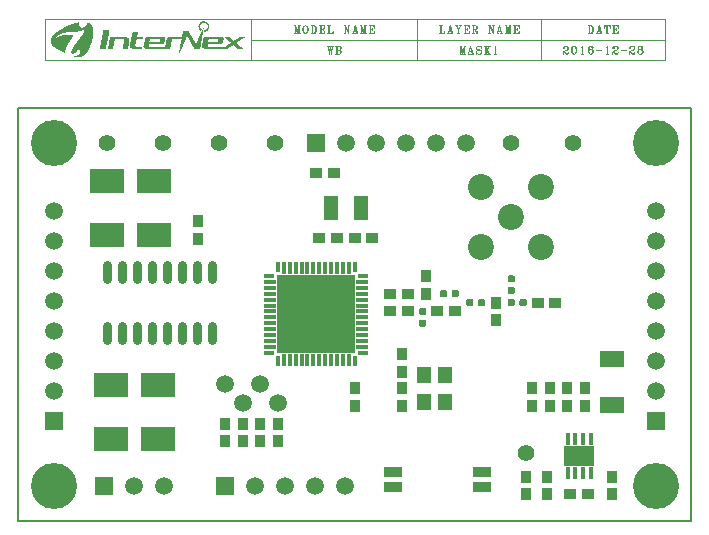
<source format=gbr>
%MOMM*%
%FSLAX33Y33*%
%ADD10C,0.203200*%
%ADD15C,0.070000*%
%ADD17C,3.900000*%
%ADD18R,1.500000X1.500000*%
%ADD19C,1.500000*%
%ADD70R,2.900000X2.100000*%
%ADD71C,0.735000*%
%ADD20C,1.400000*%
%ADD21R,0.900000X1.000000*%
%ADD22R,0.890600X0.355600*%
%ADD23R,1.000000X0.350000*%
%ADD24R,0.355600X0.890600*%
%ADD25R,0.350000X1.000000*%
%ADD26R,6.700000X6.700000*%
%ADD27R,1.000000X0.900000*%
%ADD28R,1.200000X2.000000*%
%ADD29R,1.498600X0.863600*%
%ADD72R,1.150000X1.400000*%
%ADD73C,2.200000*%
%ADD125R,0.425000X1.000000*%
%ADD126R,2.500000X1.750000*%
%ADD127R,2.100000X1.400000*%
G90*G71*G01*D02*G54D10*X000000Y000000D02*X057000Y000000D01*X057000Y035000D01*
X000000Y035000D01*X000000Y000000D01*D02*G54D15*X019750Y042500D02*
X002250Y042500D01*X002250Y039000D01*X019750Y039000D01*X019750Y040750D02*
X054750Y040750D01*X026232Y040214D02*X026314Y039578D01*X026254Y040214D02*
X026314Y039727D01*X026314Y039578D01*X026273Y040214D02*X026336Y039727D01*
X026400Y040214D02*X026336Y039727D01*X026314Y039578D01*X026400Y040214D02*
X026482Y039578D01*X026418Y040214D02*X026482Y039727D01*X026482Y039578D01*
X026441Y040214D02*X026500Y039727D01*X026564Y040193D02*X026500Y039727D01*
X026482Y039578D01*X026173Y040214D02*X026336Y040214D01*X026400Y040214D02*
X026441Y040214D01*X026500Y040214D02*X026628Y040214D01*X026191Y040214D02*
X026254Y040193D01*X026213Y040214D02*X026254Y040161D01*X026295Y040214D02*
X026273Y040161D01*X026314Y040214D02*X026273Y040193D01*X026523Y040214D02*
X026564Y040193D01*X026605Y040214D02*X026564Y040193D01*X026950Y040214D02*
X026950Y039578D01*X026977Y040193D02*X026977Y039610D01*X027004Y040214D02*
X027004Y039578D01*X026873Y040214D02*X027191Y040214D01*X027273Y040193D01*
X027296Y040161D01*X027327Y040098D01*X027327Y040034D01*X027296Y039981D01*
X027273Y039949D01*X027191Y039917D01*X027273Y040161D02*X027296Y040098D01*
X027296Y040034D01*X027273Y039981D01*X027191Y040214D02*X027246Y040193D01*
X027273Y040130D01*X027273Y040002D01*X027246Y039949D01*X027191Y039917D01*
X027004Y039917D02*X027191Y039917D01*X027273Y039886D01*X027296Y039854D01*
X027327Y039790D01*X027327Y039705D01*X027296Y039642D01*X027273Y039610D01*
X027191Y039578D01*X026873Y039578D01*X027273Y039854D02*X027296Y039790D01*
X027296Y039705D01*X027273Y039642D01*X027191Y039917D02*X027246Y039886D01*
X027273Y039822D01*X027273Y039673D01*X027246Y039610D01*X027191Y039578D01*
X026895Y040214D02*X026950Y040193D01*X026923Y040214D02*X026950Y040161D01*
X027032Y040214D02*X027004Y040161D01*X027059Y040214D02*X027004Y040193D01*
X026950Y039610D02*X026895Y039578D01*X026950Y039642D02*X026923Y039578D01*
X027004Y039642D02*X027032Y039578D01*X027004Y039610D02*X027059Y039578D01*
X023432Y041964D02*X023432Y041360D01*X023432Y041964D02*X023577Y041328D01*
X023454Y041964D02*X023577Y041423D01*X023473Y041964D02*X023596Y041423D01*
X023723Y041964D02*X023577Y041328D01*X023723Y041964D02*X023723Y041328D01*
X023741Y041943D02*X023741Y041360D01*X023764Y041964D02*X023764Y041328D01*
X023373Y041964D02*X023473Y041964D01*X023723Y041964D02*X023828Y041964D01*
X023373Y041328D02*X023495Y041328D01*X023659Y041328D02*X023828Y041328D01*
X023391Y041964D02*X023432Y041943D01*X023782Y041964D02*X023764Y041911D01*
X023805Y041964D02*X023764Y041943D01*X023432Y041360D02*X023391Y041328D01*
X023432Y041360D02*X023473Y041328D01*X023723Y041360D02*X023682Y041328D01*
X023723Y041392D02*X023700Y041328D01*X023764Y041392D02*X023782Y041328D01*
X023764Y041360D02*X023805Y041328D01*X024268Y041964D02*X024186Y041943D01*
X024127Y041880D01*X024100Y041816D01*X024073Y041699D01*X024073Y041604D01*
X024100Y041477D01*X024127Y041423D01*X024186Y041360D01*X024268Y041328D01*
X024327Y041328D01*X024414Y041360D01*X024468Y041423D01*X024496Y041477D01*
X024528Y041604D01*X024528Y041699D01*X024496Y041816D01*X024468Y041880D01*
X024414Y041943D01*X024327Y041964D01*X024268Y041964D01*X024154Y041880D02*
X024127Y041816D01*X024100Y041731D01*X024100Y041572D01*X024127Y041477D01*
X024154Y041423D01*X024441Y041423D02*X024468Y041477D01*X024496Y041572D01*
X024496Y041731D01*X024468Y041816D01*X024441Y041880D01*X024268Y041964D02*
X024214Y041943D01*X024154Y041848D01*X024127Y041731D01*X024127Y041572D01*
X024154Y041455D01*X024214Y041360D01*X024268Y041328D01*X024327Y041328D02*
X024382Y041360D01*X024441Y041455D01*X024468Y041572D01*X024468Y041731D01*
X024441Y041848D01*X024382Y041943D01*X024327Y041964D01*X024850Y041964D02*
X024850Y041328D01*X024877Y041943D02*X024877Y041360D01*X024904Y041964D02*
X024904Y041328D01*X024773Y041964D02*X025036Y041964D01*X025118Y041943D01*
X025173Y041880D01*X025200Y041816D01*X025228Y041731D01*X025228Y041572D01*
X025200Y041477D01*X025173Y041423D01*X025118Y041360D01*X025036Y041328D01*
X024773Y041328D01*X025146Y041880D02*X025173Y041816D01*X025200Y041731D01*
X025200Y041572D01*X025173Y041477D01*X025146Y041423D01*X025036Y041964D02*
X025091Y041943D01*X025146Y041848D01*X025173Y041731D01*X025173Y041572D01*
X025146Y041455D01*X025091Y041360D01*X025036Y041328D01*X024795Y041964D02*
X024850Y041943D01*X024823Y041964D02*X024850Y041911D01*X024932Y041964D02*
X024904Y041911D01*X024959Y041964D02*X024904Y041943D01*X024850Y041360D02*
X024795Y041328D01*X024850Y041392D02*X024823Y041328D01*X024904Y041392D02*
X024932Y041328D01*X024904Y041360D02*X024959Y041328D01*X025554Y041964D02*
X025554Y041328D01*X025582Y041943D02*X025582Y041360D01*X025614Y041964D02*
X025614Y041328D01*X025473Y041964D02*X025928Y041964D01*X025928Y041784D01*
X025614Y041667D02*X025782Y041667D01*X025782Y041784D02*X025782Y041540D01*
X025473Y041328D02*X025928Y041328D01*X025928Y041508D01*X025500Y041964D02*
X025554Y041943D01*X025527Y041964D02*X025554Y041911D01*X025641Y041964D02*
X025614Y041911D01*X025668Y041964D02*X025614Y041943D01*X025782Y041964D02*
X025928Y041943D01*X025841Y041964D02*X025928Y041911D01*X025868Y041964D02*
X025928Y041880D01*X025896Y041964D02*X025928Y041784D01*X025782Y041784D02*
X025755Y041667D01*X025782Y041540D01*X025782Y041731D02*X025727Y041667D01*
X025782Y041604D01*X025782Y041699D02*X025668Y041667D01*X025782Y041636D01*
X025554Y041360D02*X025500Y041328D01*X025554Y041392D02*X025527Y041328D01*
X025614Y041392D02*X025641Y041328D01*X025614Y041360D02*X025668Y041328D01*
X025782Y041328D02*X025928Y041360D01*X025841Y041328D02*X025928Y041392D01*
X025868Y041328D02*X025928Y041423D01*X025896Y041328D02*X025928Y041508D01*
X026264Y041964D02*X026264Y041328D01*X026291Y041943D02*X026291Y041360D01*
X026323Y041964D02*X026323Y041328D01*X026173Y041964D02*X026414Y041964D01*
X026173Y041328D02*X026628Y041328D01*X026628Y041508D01*X026200Y041964D02*
X026264Y041943D01*X026232Y041964D02*X026264Y041911D01*X026355Y041964D02*
X026323Y041911D01*X026382Y041964D02*X026323Y041943D01*X026264Y041360D02*
X026200Y041328D01*X026264Y041392D02*X026232Y041328D01*X026323Y041392D02*
X026355Y041328D01*X026323Y041360D02*X026382Y041328D01*X026473Y041328D02*
X026628Y041360D01*X026532Y041328D02*X026628Y041392D01*X026564Y041328D02*
X026628Y041423D01*X026596Y041328D02*X026628Y041508D01*X027636Y041964D02*
X027636Y041360D01*X027636Y041964D02*X027955Y041328D01*X027663Y041964D02*
X027932Y041423D01*X027682Y041964D02*X027955Y041423D01*X027955Y041943D02*
X027955Y041328D01*X027572Y041964D02*X027682Y041964D01*X027891Y041964D02*
X028027Y041964D01*X027572Y041328D02*X027704Y041328D01*X027591Y041964D02*
X027636Y041943D01*X027914Y041964D02*X027955Y041943D01*X028005Y041964D02*
X027955Y041943D01*X027636Y041360D02*X027591Y041328D01*X027636Y041360D02*
X027682Y041328D01*X028500Y041964D02*X028323Y041360D01*X028473Y041880D02*
X028623Y041328D01*X028500Y041880D02*X028650Y041328D01*X028500Y041964D02*
X028673Y041328D01*X028373Y041508D02*X028600Y041508D01*X028272Y041328D02*
X028423Y041328D01*X028550Y041328D02*X028727Y041328D01*X028323Y041360D02*
X028295Y041328D01*X028323Y041360D02*X028373Y041328D01*X028623Y041360D02*
X028573Y041328D01*X028623Y041392D02*X028600Y041328D01*X028650Y041392D02*
X028700Y041328D01*X029032Y041964D02*X029032Y041360D01*X029032Y041964D02*
X029177Y041328D01*X029054Y041964D02*X029177Y041423D01*X029073Y041964D02*
X029195Y041423D01*X029323Y041964D02*X029177Y041328D01*X029323Y041964D02*
X029323Y041328D01*X029341Y041943D02*X029341Y041360D01*X029364Y041964D02*
X029364Y041328D01*X028972Y041964D02*X029073Y041964D01*X029323Y041964D02*
X029427Y041964D01*X028972Y041328D02*X029095Y041328D01*X029259Y041328D02*
X029427Y041328D01*X028991Y041964D02*X029032Y041943D01*X029382Y041964D02*
X029364Y041911D01*X029405Y041964D02*X029364Y041943D01*X029032Y041360D02*
X028991Y041328D01*X029032Y041360D02*X029073Y041328D01*X029323Y041360D02*
X029282Y041328D01*X029323Y041392D02*X029300Y041328D01*X029364Y041392D02*
X029382Y041328D01*X029364Y041360D02*X029405Y041328D01*X029754Y041964D02*
X029754Y041328D01*X029782Y041943D02*X029782Y041360D01*X029814Y041964D02*
X029814Y041328D01*X029672Y041964D02*X030127Y041964D01*X030127Y041784D01*
X029814Y041667D02*X029982Y041667D01*X029982Y041784D02*X029982Y041540D01*
X029672Y041328D02*X030127Y041328D01*X030127Y041508D01*X029700Y041964D02*
X029754Y041943D01*X029727Y041964D02*X029754Y041911D01*X029841Y041964D02*
X029814Y041911D01*X029868Y041964D02*X029814Y041943D01*X029982Y041964D02*
X030127Y041943D01*X030041Y041964D02*X030127Y041911D01*X030068Y041964D02*
X030127Y041880D01*X030096Y041964D02*X030127Y041784D01*X029982Y041784D02*
X029955Y041667D01*X029982Y041540D01*X029982Y041731D02*X029927Y041667D01*
X029982Y041604D01*X029982Y041699D02*X029868Y041667D01*X029982Y041636D01*
X029754Y041360D02*X029700Y041328D01*X029754Y041392D02*X029727Y041328D01*
X029814Y041392D02*X029841Y041328D01*X029814Y041360D02*X029868Y041328D01*
X029982Y041328D02*X030127Y041360D01*X030041Y041328D02*X030127Y041392D01*
X030068Y041328D02*X030127Y041423D01*X030096Y041328D02*X030127Y041508D01*
X035714Y041964D02*X035714Y041328D01*X035741Y041943D02*X035741Y041360D01*
X035773Y041964D02*X035773Y041328D01*X035623Y041964D02*X035864Y041964D01*
X035623Y041328D02*X036078Y041328D01*X036078Y041508D01*X035650Y041964D02*
X035714Y041943D01*X035682Y041964D02*X035714Y041911D01*X035805Y041964D02*
X035773Y041911D01*X035832Y041964D02*X035773Y041943D01*X035714Y041360D02*
X035650Y041328D01*X035714Y041392D02*X035682Y041328D01*X035773Y041392D02*
X035805Y041328D01*X035773Y041360D02*X035832Y041328D01*X035923Y041328D02*
X036078Y041360D01*X035982Y041328D02*X036078Y041392D01*X036014Y041328D02*
X036078Y041423D01*X036046Y041328D02*X036078Y041508D01*X036550Y041964D02*
X036373Y041360D01*X036523Y041880D02*X036673Y041328D01*X036550Y041880D02*
X036700Y041328D01*X036550Y041964D02*X036723Y041328D01*X036423Y041508D02*
X036650Y041508D01*X036323Y041328D02*X036473Y041328D01*X036600Y041328D02*
X036778Y041328D01*X036373Y041360D02*X036345Y041328D01*X036373Y041360D02*
X036423Y041328D01*X036673Y041360D02*X036623Y041328D01*X036673Y041392D02*
X036650Y041328D01*X036700Y041392D02*X036750Y041328D01*X037068Y041964D02*
X037223Y041636D01*X037223Y041328D01*X037091Y041964D02*X037245Y041636D01*
X037245Y041360D01*X037109Y041964D02*X037273Y041636D01*X037273Y041328D01*
X037405Y041943D02*X037273Y041636D01*X037023Y041964D02*X037182Y041964D01*
X037336Y041964D02*X037478Y041964D01*X037159Y041328D02*X037336Y041328D01*
X037045Y041964D02*X037091Y041943D01*X037159Y041964D02*X037109Y041943D01*
X037364Y041964D02*X037405Y041943D01*X037450Y041964D02*X037405Y041943D01*
X037223Y041360D02*X037182Y041328D01*X037223Y041392D02*X037200Y041328D01*
X037273Y041392D02*X037291Y041328D01*X037273Y041360D02*X037314Y041328D01*
X037804Y041964D02*X037804Y041328D01*X037832Y041943D02*X037832Y041360D01*
X037864Y041964D02*X037864Y041328D01*X037723Y041964D02*X038178Y041964D01*
X038178Y041784D01*X037864Y041667D02*X038032Y041667D01*X038032Y041784D02*
X038032Y041540D01*X037723Y041328D02*X038178Y041328D01*X038178Y041508D01*
X037750Y041964D02*X037804Y041943D01*X037777Y041964D02*X037804Y041911D01*
X037891Y041964D02*X037864Y041911D01*X037918Y041964D02*X037864Y041943D01*
X038032Y041964D02*X038178Y041943D01*X038091Y041964D02*X038178Y041911D01*
X038118Y041964D02*X038178Y041880D01*X038146Y041964D02*X038178Y041784D01*
X038032Y041784D02*X038005Y041667D01*X038032Y041540D01*X038032Y041731D02*
X037977Y041667D01*X038032Y041604D01*X038032Y041699D02*X037918Y041667D01*
X038032Y041636D01*X037804Y041360D02*X037750Y041328D01*X037804Y041392D02*
X037777Y041328D01*X037864Y041392D02*X037891Y041328D01*X037864Y041360D02*
X037918Y041328D01*X038032Y041328D02*X038178Y041360D01*X038091Y041328D02*
X038178Y041392D01*X038118Y041328D02*X038178Y041423D01*X038146Y041328D02*
X038178Y041508D01*X038495Y041964D02*X038495Y041328D01*X038523Y041943D02*
X038523Y041360D01*X038545Y041964D02*X038545Y041328D01*X038423Y041964D02*
X038723Y041964D01*X038800Y041943D01*X038823Y041911D01*X038850Y041848D01*
X038850Y041784D01*X038823Y041731D01*X038800Y041699D01*X038723Y041667D01*
X038545Y041667D01*X038800Y041911D02*X038823Y041848D01*X038823Y041784D01*
X038800Y041731D01*X038723Y041964D02*X038773Y041943D01*X038800Y041880D01*
X038800Y041752D01*X038773Y041699D01*X038723Y041667D01*X038645Y041667D02*
X038700Y041636D01*X038723Y041572D01*X038773Y041392D01*X038800Y041328D01*
X038850Y041328D01*X038878Y041392D01*X038878Y041455D01*X038773Y041455D02*
X038800Y041392D01*X038823Y041360D01*X038850Y041360D01*X038700Y041636D02*
X038723Y041604D01*X038800Y041423D01*X038823Y041392D01*X038850Y041392D01*
X038878Y041423D01*X038423Y041328D02*X038623Y041328D01*X038445Y041964D02*
X038495Y041943D01*X038473Y041964D02*X038495Y041911D01*X038573Y041964D02*
X038545Y041911D01*X038595Y041964D02*X038545Y041943D01*X038495Y041360D02*
X038445Y041328D01*X038495Y041392D02*X038473Y041328D01*X038545Y041392D02*
X038573Y041328D01*X038545Y041360D02*X038595Y041328D01*X039886Y041964D02*
X039886Y041360D01*X039886Y041964D02*X040205Y041328D01*X039913Y041964D02*
X040182Y041423D01*X039932Y041964D02*X040205Y041423D01*X040205Y041943D02*
X040205Y041328D01*X039822Y041964D02*X039932Y041964D01*X040141Y041964D02*
X040277Y041964D01*X039822Y041328D02*X039954Y041328D01*X039841Y041964D02*
X039886Y041943D01*X040164Y041964D02*X040205Y041943D01*X040255Y041964D02*
X040205Y041943D01*X039886Y041360D02*X039841Y041328D01*X039886Y041360D02*
X039932Y041328D01*X040750Y041964D02*X040573Y041360D01*X040723Y041880D02*
X040873Y041328D01*X040750Y041880D02*X040900Y041328D01*X040750Y041964D02*
X040923Y041328D01*X040623Y041508D02*X040850Y041508D01*X040522Y041328D02*
X040673Y041328D01*X040800Y041328D02*X040977Y041328D01*X040573Y041360D02*
X040545Y041328D01*X040573Y041360D02*X040623Y041328D01*X040873Y041360D02*
X040823Y041328D01*X040873Y041392D02*X040850Y041328D01*X040900Y041392D02*
X040950Y041328D01*X041282Y041964D02*X041282Y041360D01*X041282Y041964D02*
X041427Y041328D01*X041304Y041964D02*X041427Y041423D01*X041323Y041964D02*
X041445Y041423D01*X041573Y041964D02*X041427Y041328D01*X041573Y041964D02*
X041573Y041328D01*X041591Y041943D02*X041591Y041360D01*X041614Y041964D02*
X041614Y041328D01*X041222Y041964D02*X041323Y041964D01*X041573Y041964D02*
X041677Y041964D01*X041222Y041328D02*X041345Y041328D01*X041509Y041328D02*
X041677Y041328D01*X041241Y041964D02*X041282Y041943D01*X041632Y041964D02*
X041614Y041911D01*X041655Y041964D02*X041614Y041943D01*X041282Y041360D02*
X041241Y041328D01*X041282Y041360D02*X041323Y041328D01*X041573Y041360D02*
X041532Y041328D01*X041573Y041392D02*X041550Y041328D01*X041614Y041392D02*
X041632Y041328D01*X041614Y041360D02*X041655Y041328D01*X042004Y041964D02*
X042004Y041328D01*X042032Y041943D02*X042032Y041360D01*X042064Y041964D02*
X042064Y041328D01*X041922Y041964D02*X042377Y041964D01*X042377Y041784D01*
X042064Y041667D02*X042232Y041667D01*X042232Y041784D02*X042232Y041540D01*
X041922Y041328D02*X042377Y041328D01*X042377Y041508D01*X041950Y041964D02*
X042004Y041943D01*X041977Y041964D02*X042004Y041911D01*X042091Y041964D02*
X042064Y041911D01*X042118Y041964D02*X042064Y041943D01*X042232Y041964D02*
X042377Y041943D01*X042291Y041964D02*X042377Y041911D01*X042318Y041964D02*
X042377Y041880D01*X042346Y041964D02*X042377Y041784D01*X042232Y041784D02*
X042205Y041667D01*X042232Y041540D01*X042232Y041731D02*X042177Y041667D01*
X042232Y041604D01*X042232Y041699D02*X042118Y041667D01*X042232Y041636D01*
X042004Y041360D02*X041950Y041328D01*X042004Y041392D02*X041977Y041328D01*
X042064Y041392D02*X042091Y041328D01*X042064Y041360D02*X042118Y041328D01*
X042232Y041328D02*X042377Y041360D01*X042291Y041328D02*X042377Y041392D01*
X042318Y041328D02*X042377Y041423D01*X042346Y041328D02*X042377Y041508D01*
X033750Y042500D02*X033750Y039000D01*X019750Y042500D02*X054750Y042500D01*
X054750Y039000D02*X019750Y039000D01*X019750Y042500D02*X019750Y039000D01*
X054750Y042500D02*X054750Y039000D01*X044250Y042500D02*X044250Y039000D01*
X048300Y041964D02*X048300Y041328D01*X048327Y041943D02*X048327Y041360D01*
X048354Y041964D02*X048354Y041328D01*X048223Y041964D02*X048486Y041964D01*
X048568Y041943D01*X048623Y041880D01*X048650Y041816D01*X048678Y041731D01*
X048678Y041572D01*X048650Y041477D01*X048623Y041423D01*X048568Y041360D01*
X048486Y041328D01*X048223Y041328D01*X048596Y041880D02*X048623Y041816D01*
X048650Y041731D01*X048650Y041572D01*X048623Y041477D01*X048596Y041423D01*
X048486Y041964D02*X048541Y041943D01*X048596Y041848D01*X048623Y041731D01*
X048623Y041572D01*X048596Y041455D01*X048541Y041360D01*X048486Y041328D01*
X048245Y041964D02*X048300Y041943D01*X048273Y041964D02*X048300Y041911D01*
X048382Y041964D02*X048354Y041911D01*X048409Y041964D02*X048354Y041943D01*
X048300Y041360D02*X048245Y041328D01*X048300Y041392D02*X048273Y041328D01*
X048354Y041392D02*X048382Y041328D01*X048354Y041360D02*X048409Y041328D01*
X049150Y041964D02*X048973Y041360D01*X049123Y041880D02*X049273Y041328D01*
X049150Y041880D02*X049300Y041328D01*X049150Y041964D02*X049323Y041328D01*
X049023Y041508D02*X049250Y041508D01*X048923Y041328D02*X049073Y041328D01*
X049200Y041328D02*X049378Y041328D01*X048973Y041360D02*X048945Y041328D01*
X048973Y041360D02*X049023Y041328D01*X049273Y041360D02*X049223Y041328D01*
X049273Y041392D02*X049250Y041328D01*X049300Y041392D02*X049350Y041328D01*
X049623Y041964D02*X049623Y041784D01*X049818Y041964D02*X049818Y041328D01*
X049850Y041943D02*X049850Y041360D01*X049877Y041964D02*X049877Y041328D01*
X050077Y041964D02*X050077Y041784D01*X049623Y041964D02*X050077Y041964D01*
X049736Y041328D02*X049959Y041328D01*X049650Y041964D02*X049623Y041784D01*
X049677Y041964D02*X049623Y041880D01*X049704Y041964D02*X049623Y041911D01*
X049764Y041964D02*X049623Y041943D01*X049932Y041964D02*X050077Y041943D01*
X049991Y041964D02*X050077Y041911D01*X050018Y041964D02*X050077Y041880D01*
X050046Y041964D02*X050077Y041784D01*X049818Y041360D02*X049764Y041328D01*
X049818Y041392D02*X049791Y041328D01*X049877Y041392D02*X049905Y041328D01*
X049877Y041360D02*X049932Y041328D01*X050404Y041964D02*X050404Y041328D01*
X050432Y041943D02*X050432Y041360D01*X050464Y041964D02*X050464Y041328D01*
X050322Y041964D02*X050777Y041964D01*X050777Y041784D01*X050464Y041667D02*
X050632Y041667D01*X050632Y041784D02*X050632Y041540D01*X050322Y041328D02*
X050777Y041328D01*X050777Y041508D01*X050350Y041964D02*X050404Y041943D01*
X050377Y041964D02*X050404Y041911D01*X050491Y041964D02*X050464Y041911D01*
X050518Y041964D02*X050464Y041943D01*X050632Y041964D02*X050777Y041943D01*
X050691Y041964D02*X050777Y041911D01*X050718Y041964D02*X050777Y041880D01*
X050746Y041964D02*X050777Y041784D01*X050632Y041784D02*X050605Y041667D01*
X050632Y041540D01*X050632Y041731D02*X050577Y041667D01*X050632Y041604D01*
X050632Y041699D02*X050518Y041667D01*X050632Y041636D01*X050404Y041360D02*
X050350Y041328D01*X050404Y041392D02*X050377Y041328D01*X050464Y041392D02*
X050491Y041328D01*X050464Y041360D02*X050518Y041328D01*X050632Y041328D02*
X050777Y041360D01*X050691Y041328D02*X050777Y041392D01*X050718Y041328D02*
X050777Y041423D01*X050746Y041328D02*X050777Y041508D01*X046154Y040098D02*
X046154Y040066D01*X046186Y040066D01*X046186Y040098D01*X046154Y040098D01*
X046154Y040130D02*X046186Y040130D01*X046218Y040098D01*X046218Y040066D01*
X046186Y040034D01*X046154Y040034D01*X046123Y040066D01*X046123Y040098D01*
X046154Y040161D01*X046186Y040193D01*X046282Y040214D01*X046414Y040214D01*
X046509Y040193D01*X046541Y040161D01*X046578Y040098D01*X046578Y040034D01*
X046541Y039981D01*X046446Y039917D01*X046282Y039854D01*X046218Y039822D01*
X046154Y039758D01*X046123Y039673D01*X046123Y039578D01*X046509Y040161D02*
X046541Y040098D01*X046541Y040034D01*X046509Y039981D01*X046414Y040214D02*
X046477Y040193D01*X046509Y040098D01*X046509Y040034D01*X046477Y039981D01*
X046414Y039917D01*X046282Y039854D01*X046123Y039642D02*X046154Y039673D01*
X046218Y039673D01*X046377Y039642D01*X046509Y039642D01*X046578Y039673D01*
X046218Y039673D02*X046377Y039610D01*X046509Y039610D01*X046541Y039642D01*
X046218Y039673D02*X046377Y039578D01*X046509Y039578D01*X046541Y039610D01*
X046578Y039673D01*X046578Y039727D01*X047014Y040214D02*X046918Y040193D01*
X046854Y040098D01*X046823Y039949D01*X046823Y039854D01*X046854Y039705D01*
X046918Y039610D01*X047014Y039578D01*X047082Y039578D01*X047177Y039610D01*
X047241Y039705D01*X047278Y039854D01*X047278Y039949D01*X047241Y040098D01*
X047177Y040193D01*X047082Y040214D01*X047014Y040214D01*X046918Y040161D02*
X046886Y040098D01*X046854Y039981D01*X046854Y039822D01*X046886Y039705D01*
X046918Y039642D01*X047177Y039642D02*X047209Y039705D01*X047241Y039822D01*
X047241Y039981D01*X047209Y040098D01*X047177Y040161D01*X047014Y040214D02*
X046950Y040193D01*X046918Y040130D01*X046886Y039981D01*X046886Y039822D01*
X046918Y039673D01*X046950Y039610D01*X047014Y039578D01*X047082Y039578D02*
X047146Y039610D01*X047177Y039673D01*X047209Y039822D01*X047209Y039981D01*
X047177Y040130D01*X047146Y040193D01*X047082Y040214D01*X047727Y040161D02*
X047727Y039578D01*X047745Y040161D02*X047745Y039610D01*X047759Y040214D02*
X047759Y039578D01*X047759Y040214D02*X047714Y040130D01*X047686Y040098D01*
X047673Y039578D02*X047818Y039578D01*X047727Y039610D02*X047700Y039578D01*
X047727Y039642D02*X047714Y039578D01*X047759Y039642D02*X047773Y039578D01*
X047759Y039610D02*X047786Y039578D01*X048577Y040130D02*X048577Y040098D01*
X048609Y040098D01*X048609Y040130D01*X048577Y040130D01*X048609Y040161D02*
X048577Y040161D01*X048546Y040130D01*X048546Y040098D01*X048577Y040066D01*
X048609Y040066D01*X048641Y040098D01*X048641Y040130D01*X048609Y040193D01*
X048546Y040214D01*X048450Y040214D01*X048350Y040193D01*X048286Y040130D01*
X048254Y040066D01*X048223Y039949D01*X048223Y039758D01*X048254Y039673D01*
X048318Y039610D01*X048414Y039578D01*X048482Y039578D01*X048577Y039610D01*
X048641Y039673D01*X048678Y039758D01*X048678Y039790D01*X048641Y039886D01*
X048577Y039949D01*X048482Y039981D01*X048414Y039981D01*X048350Y039949D01*
X048318Y039917D01*X048286Y039854D01*X048318Y040130D02*X048286Y040066D01*
X048254Y039949D01*X048254Y039758D01*X048286Y039673D01*X048318Y039642D01*
X048609Y039673D02*X048641Y039727D01*X048641Y039822D01*X048609Y039886D01*
X048450Y040214D02*X048382Y040193D01*X048350Y040161D01*X048318Y040098D01*
X048286Y039981D01*X048286Y039758D01*X048318Y039673D01*X048350Y039610D01*
X048414Y039578D01*X048482Y039578D02*X048546Y039610D01*X048577Y039642D01*
X048609Y039727D01*X048609Y039822D01*X048577Y039917D01*X048546Y039949D01*
X048482Y039981D01*X048923Y039886D02*X049378Y039886D01*X049378Y039854D01*
X048923Y039886D02*X048923Y039854D01*X049378Y039854D01*X049827Y040161D02*
X049827Y039578D01*X049845Y040161D02*X049845Y039610D01*X049859Y040214D02*
X049859Y039578D01*X049859Y040214D02*X049814Y040130D01*X049786Y040098D01*
X049773Y039578D02*X049918Y039578D01*X049827Y039610D02*X049800Y039578D01*
X049827Y039642D02*X049814Y039578D01*X049859Y039642D02*X049873Y039578D01*
X049859Y039610D02*X049886Y039578D01*X050354Y040098D02*X050354Y040066D01*
X050386Y040066D01*X050386Y040098D01*X050354Y040098D01*X050354Y040130D02*
X050386Y040130D01*X050418Y040098D01*X050418Y040066D01*X050386Y040034D01*
X050354Y040034D01*X050322Y040066D01*X050322Y040098D01*X050354Y040161D01*
X050386Y040193D01*X050482Y040214D01*X050614Y040214D01*X050709Y040193D01*
X050741Y040161D01*X050777Y040098D01*X050777Y040034D01*X050741Y039981D01*
X050646Y039917D01*X050482Y039854D01*X050418Y039822D01*X050354Y039758D01*
X050322Y039673D01*X050322Y039578D01*X050709Y040161D02*X050741Y040098D01*
X050741Y040034D01*X050709Y039981D01*X050614Y040214D02*X050677Y040193D01*
X050709Y040098D01*X050709Y040034D01*X050677Y039981D01*X050614Y039917D01*
X050482Y039854D01*X050322Y039642D02*X050354Y039673D01*X050418Y039673D01*
X050577Y039642D01*X050709Y039642D01*X050777Y039673D01*X050418Y039673D02*
X050577Y039610D01*X050709Y039610D01*X050741Y039642D01*X050418Y039673D02*
X050577Y039578D01*X050709Y039578D01*X050741Y039610D01*X050777Y039673D01*
X050777Y039727D01*X051022Y039886D02*X051477Y039886D01*X051477Y039854D01*
X051022Y039886D02*X051022Y039854D01*X051477Y039854D01*X051754Y040098D02*
X051754Y040066D01*X051786Y040066D01*X051786Y040098D01*X051754Y040098D01*
X051754Y040130D02*X051786Y040130D01*X051818Y040098D01*X051818Y040066D01*
X051786Y040034D01*X051754Y040034D01*X051722Y040066D01*X051722Y040098D01*
X051754Y040161D01*X051786Y040193D01*X051882Y040214D01*X052014Y040214D01*
X052109Y040193D01*X052141Y040161D01*X052177Y040098D01*X052177Y040034D01*
X052141Y039981D01*X052046Y039917D01*X051882Y039854D01*X051818Y039822D01*
X051754Y039758D01*X051722Y039673D01*X051722Y039578D01*X052109Y040161D02*
X052141Y040098D01*X052141Y040034D01*X052109Y039981D01*X052014Y040214D02*
X052077Y040193D01*X052109Y040098D01*X052109Y040034D01*X052077Y039981D01*
X052014Y039917D01*X051882Y039854D01*X051722Y039642D02*X051754Y039673D01*
X051818Y039673D01*X051977Y039642D01*X052109Y039642D01*X052177Y039673D01*
X051818Y039673D02*X051977Y039610D01*X052109Y039610D01*X052141Y039642D01*
X051818Y039673D02*X051977Y039578D01*X052109Y039578D01*X052141Y039610D01*
X052177Y039673D01*X052177Y039727D01*X052582Y040214D02*X052486Y040193D01*
X052454Y040130D01*X052454Y040034D01*X052486Y039981D01*X052582Y039949D01*
X052714Y039949D01*X052809Y039981D01*X052841Y040034D01*X052841Y040130D01*
X052809Y040193D01*X052714Y040214D01*X052582Y040214D01*X052518Y040193D02*
X052486Y040130D01*X052486Y040034D01*X052518Y039981D01*X052777Y039981D02*
X052809Y040034D01*X052809Y040130D01*X052777Y040193D01*X052582Y040214D02*
X052550Y040193D01*X052518Y040130D01*X052518Y040034D01*X052550Y039981D01*
X052582Y039949D01*X052714Y039949D02*X052746Y039981D01*X052777Y040034D01*
X052777Y040130D01*X052746Y040193D01*X052714Y040214D01*X052582Y039949D02*
X052486Y039917D01*X052454Y039886D01*X052422Y039822D01*X052422Y039705D01*
X052454Y039642D01*X052486Y039610D01*X052582Y039578D01*X052714Y039578D01*
X052809Y039610D01*X052841Y039642D01*X052877Y039705D01*X052877Y039822D01*
X052841Y039886D01*X052809Y039917D01*X052714Y039949D01*X052486Y039886D02*
X052454Y039822D01*X052454Y039705D01*X052486Y039642D01*X052809Y039642D02*
X052841Y039705D01*X052841Y039822D01*X052809Y039886D01*X052582Y039949D02*
X052518Y039917D01*X052486Y039822D01*X052486Y039705D01*X052518Y039610D01*
X052582Y039578D01*X052714Y039578D02*X052777Y039610D01*X052809Y039705D01*
X052809Y039822D01*X052777Y039917D01*X052714Y039949D01*X037432Y040214D02*
X037432Y039610D01*X037432Y040214D02*X037577Y039578D01*X037454Y040214D02*
X037577Y039673D01*X037473Y040214D02*X037595Y039673D01*X037723Y040214D02*
X037577Y039578D01*X037723Y040214D02*X037723Y039578D01*X037741Y040193D02*
X037741Y039610D01*X037764Y040214D02*X037764Y039578D01*X037373Y040214D02*
X037473Y040214D01*X037723Y040214D02*X037828Y040214D01*X037373Y039578D02*
X037495Y039578D01*X037659Y039578D02*X037828Y039578D01*X037391Y040214D02*
X037432Y040193D01*X037782Y040214D02*X037764Y040161D01*X037805Y040214D02*
X037764Y040193D01*X037432Y039610D02*X037391Y039578D01*X037432Y039610D02*
X037473Y039578D01*X037723Y039610D02*X037682Y039578D01*X037723Y039642D02*
X037700Y039578D01*X037764Y039642D02*X037782Y039578D01*X037764Y039610D02*
X037805Y039578D01*X038300Y040214D02*X038123Y039610D01*X038273Y040130D02*
X038423Y039578D01*X038300Y040130D02*X038450Y039578D01*X038300Y040214D02*
X038473Y039578D01*X038173Y039758D02*X038400Y039758D01*X038073Y039578D02*
X038223Y039578D01*X038350Y039578D02*X038528Y039578D01*X038123Y039610D02*
X038095Y039578D01*X038123Y039610D02*X038173Y039578D01*X038423Y039610D02*
X038373Y039578D01*X038423Y039642D02*X038400Y039578D01*X038450Y039642D02*
X038500Y039578D01*X039191Y040130D02*X039228Y040214D01*X039228Y040034D01*
X039191Y040130D01*X039127Y040193D01*X039027Y040214D01*X038932Y040214D01*
X038836Y040193D01*X038773Y040130D01*X038773Y040034D01*X038804Y039981D01*
X038900Y039917D01*X039096Y039854D01*X039159Y039822D01*X039191Y039758D01*
X039191Y039673D01*X039159Y039610D01*X038804Y040034D02*X038836Y039981D01*
X038900Y039949D01*X039096Y039886D01*X039159Y039854D01*X039191Y039790D01*
X038836Y040193D02*X038804Y040130D01*X038804Y040066D01*X038836Y040002D01*
X038900Y039981D01*X039096Y039917D01*X039191Y039854D01*X039228Y039790D01*
X039228Y039705D01*X039191Y039642D01*X039159Y039610D01*X039064Y039578D01*
X038964Y039578D01*X038868Y039610D01*X038804Y039673D01*X038773Y039758D01*
X038773Y039578D01*X038804Y039673D01*X039541Y040214D02*X039541Y039578D01*
X039568Y040193D02*X039568Y039610D01*X039591Y040214D02*X039591Y039578D01*
X039855Y040193D02*X039591Y039854D01*X039664Y039917D02*X039827Y039578D01*
X039686Y039917D02*X039855Y039578D01*X039686Y039981D02*X039877Y039578D01*
X039473Y040214D02*X039664Y040214D01*X039782Y040214D02*X039927Y040214D01*
X039473Y039578D02*X039664Y039578D01*X039759Y039578D02*X039927Y039578D01*
X039495Y040214D02*X039541Y040193D01*X039518Y040214D02*X039541Y040161D01*
X039614Y040214D02*X039591Y040161D01*X039636Y040214D02*X039591Y040193D01*
X039827Y040214D02*X039855Y040193D01*X039900Y040214D02*X039855Y040193D01*
X039541Y039610D02*X039495Y039578D01*X039541Y039642D02*X039518Y039578D01*
X039591Y039642D02*X039614Y039578D01*X039591Y039610D02*X039636Y039578D01*
X039827Y039642D02*X039782Y039578D01*X039827Y039642D02*X039900Y039578D01*
X040377Y040161D02*X040377Y039578D01*X040395Y040161D02*X040395Y039610D01*
X040409Y040214D02*X040409Y039578D01*X040409Y040214D02*X040364Y040130D01*
X040336Y040098D01*X040323Y039578D02*X040468Y039578D01*X040377Y039610D02*
X040350Y039578D01*X040377Y039642D02*X040364Y039578D01*X040409Y039642D02*
X040423Y039578D01*X040409Y039610D02*X040436Y039578D01*X000000Y000000D02*D02*
G54D17*X003000Y003000D03*X054000Y003000D03*X003000Y032000D03*X054000Y032000D03*
D02*G54D18*X007250Y003000D03*X017500Y003000D03*X003000Y008500D03*
X054000Y008500D03*X025250Y032000D03*D02*G54D19*X009790Y003000D03*
X012330Y003000D03*X020040Y003000D03*X022580Y003000D03*X025120Y003000D03*
X027660Y003000D03*X003000Y011040D03*X017500Y011625D03*X022000Y010000D03*
X020500Y011625D03*X019000Y010000D03*X054000Y011040D03*X003000Y013580D03*
X054000Y013580D03*X003000Y016120D03*X054000Y016120D03*X003000Y018660D03*
X054000Y018660D03*X003000Y021200D03*X003000Y023740D03*X054000Y021200D03*
X054000Y023740D03*X003000Y026280D03*X054000Y026280D03*X030330Y032000D03*
X027790Y032000D03*X032870Y032000D03*X035410Y032000D03*X037950Y032000D03*D02*
G54D70*X007830Y006950D03*X011830Y006950D03*X007830Y011550D03*X011830Y011550D03*
X007500Y024200D03*X011500Y024200D03*X007500Y028800D03*X011500Y028800D03*D02*
G54D71*X007555Y016518D02*X007555Y015318D01*X008825Y016518D02*X008825Y015318D01*
X010095Y016518D02*X010095Y015318D01*X011365Y016518D02*X011365Y015318D01*
X012635Y016518D02*X012635Y015318D01*X013905Y016518D02*X013905Y015318D01*
X015175Y016518D02*X015175Y015318D01*X016445Y016518D02*X016445Y015318D01*
X008825Y021683D02*X008825Y020483D01*X007555Y021683D02*X007555Y020483D01*
X012635Y021683D02*X012635Y020483D01*X011365Y021683D02*X011365Y020483D01*
X010095Y021683D02*X010095Y020483D01*X016445Y021683D02*X016445Y020483D01*
X015175Y021683D02*X015175Y020483D01*X013905Y021683D02*X013905Y020483D01*D02*
G54D20*X043000Y005750D03*X007500Y032000D03*X012250Y032000D03*X017000Y032000D03*
X021750Y032000D03*X041750Y032000D03*X047000Y032000D03*D02*G54D21*
X043000Y002250D03*X044750Y002250D03*X050250Y002250D03*X043000Y003750D03*
X044750Y003750D03*X050250Y003750D03*X017500Y008250D03*X017500Y006750D03*
X020500Y008250D03*X020500Y006750D03*X019000Y008250D03*X019000Y006750D03*
X022000Y008250D03*X022000Y006750D03*X028500Y009750D03*X028500Y011250D03*
X032500Y011250D03*X032500Y009750D03*X046500Y011250D03*X046500Y009750D03*
X045000Y011250D03*X045000Y009750D03*X043500Y011250D03*X043500Y009750D03*
X048000Y011250D03*X048000Y009750D03*X032500Y012625D03*X032500Y014125D03*
X040500Y017000D03*X034500Y019250D03*X040500Y018500D03*X034500Y020750D03*
X015250Y023875D03*X015250Y025375D03*D02*G54D22*X021275Y014250D03*
X029225Y014250D03*X021275Y020750D03*X029225Y020750D03*D02*G54D23*
X021350Y017250D03*X021350Y016750D03*X021350Y016250D03*X021350Y015750D03*
X021350Y015250D03*X021350Y014750D03*X029150Y014750D03*X029150Y015250D03*
X029150Y015750D03*X029150Y016250D03*X029150Y016750D03*X029150Y017250D03*
X021350Y020250D03*X021350Y019750D03*X021350Y019250D03*X021350Y018750D03*
X021350Y018250D03*X021350Y017750D03*X029150Y017750D03*X029150Y018250D03*
X029150Y018750D03*X029150Y019250D03*X029150Y019750D03*X029150Y020250D03*D02*
G54D24*X022000Y013525D03*X028500Y013525D03*X022000Y021475D03*X028500Y021475D03*
D02*G54D25*X022500Y013600D03*X023000Y013600D03*X023500Y013600D03*
X024000Y013600D03*X024500Y013600D03*X025000Y013600D03*X025500Y013600D03*
X026000Y013600D03*X026500Y013600D03*X027000Y013600D03*X027500Y013600D03*
X028000Y013600D03*X025500Y021400D03*X025000Y021400D03*X024500Y021400D03*
X024000Y021400D03*X023500Y021400D03*X023000Y021400D03*X022500Y021400D03*
X028000Y021400D03*X027500Y021400D03*X027000Y021400D03*X026500Y021400D03*
X026000Y021400D03*D02*G54D26*X025250Y017500D03*D02*G54D27*X046750Y002250D03*
X048250Y002250D03*X033000Y017750D03*X031500Y017750D03*X033000Y019250D03*
X031500Y019250D03*X037000Y017750D03*X035500Y017750D03*X044000Y018500D03*
X045500Y018500D03*X025500Y024000D03*X030000Y024000D03*X028500Y024000D03*
X027000Y024000D03*X025250Y029500D03*X026750Y029500D03*D02*G54D28*
X026500Y026500D03*X029000Y026500D03*D02*G54D29*X031725Y002865D03*
X039275Y002865D03*X031725Y004135D03*X039275Y004135D03*D02*G54D72*
X034325Y010100D03*X036175Y010100D03*X034325Y012400D03*X036175Y012400D03*D02*
G54D73*X039210Y023210D03*X044290Y023210D03*X041750Y025750D03*X039210Y028290D03*
X044290Y028290D03*D02*G54D125*X046525Y004050D03*X047175Y004050D03*
X047825Y004050D03*X048475Y004050D03*X046525Y006950D03*X048475Y006950D03*
X047825Y006950D03*X047175Y006950D03*D02*G54D126*X047500Y005500D03*D02*G54D127*
X050250Y009800D03*X050250Y013700D03*
G36*X033950Y016600D02*X033953Y016571D01*X033961Y016543D01*X033975Y016517D01*
X033994Y016494D01*X034017Y016475D01*X034043Y016461D01*X034071Y016453D01*
X034100Y016450D01*X034400Y016450D01*X034429Y016453D01*X034457Y016461D01*
X034483Y016475D01*X034506Y016494D01*X034525Y016517D01*X034539Y016543D01*
X034547Y016571D01*X034550Y016600D01*X034550Y016900D01*X034547Y016929D01*
X034539Y016957D01*X034525Y016983D01*X034506Y017006D01*X034483Y017025D01*
X034457Y017039D01*X034429Y017047D01*X034400Y017050D01*X034100Y017050D01*
X034071Y017047D01*X034043Y017039D01*X034017Y017025D01*X033994Y017006D01*
X033975Y016983D01*X033961Y016957D01*X033953Y016929D01*X033950Y016900D01*
X033950Y016600D01*G37*G36*X033950Y017600D02*X033953Y017571D01*X033961Y017543D01*
X033975Y017517D01*X033994Y017494D01*X034017Y017475D01*X034043Y017461D01*
X034071Y017453D01*X034100Y017450D01*X034400Y017450D01*X034429Y017453D01*
X034457Y017461D01*X034483Y017475D01*X034506Y017494D01*X034525Y017517D01*
X034539Y017543D01*X034547Y017571D01*X034550Y017600D01*X034550Y017900D01*
X034547Y017929D01*X034539Y017957D01*X034525Y017983D01*X034506Y018006D01*
X034483Y018025D01*X034457Y018039D01*X034429Y018047D01*X034400Y018050D01*
X034100Y018050D01*X034071Y018047D01*X034043Y018039D01*X034017Y018025D01*
X033994Y018006D01*X033975Y017983D01*X033961Y017957D01*X033953Y017929D01*
X033950Y017900D01*X033950Y017600D01*G37*G36*X037950Y018350D02*X037953Y018321D01*
X037961Y018293D01*X037975Y018267D01*X037994Y018244D01*X038017Y018225D01*
X038043Y018211D01*X038071Y018203D01*X038100Y018200D01*X038400Y018200D01*
X038429Y018203D01*X038457Y018211D01*X038483Y018225D01*X038506Y018244D01*
X038525Y018267D01*X038539Y018293D01*X038547Y018321D01*X038550Y018350D01*
X038550Y018650D01*X038547Y018679D01*X038539Y018707D01*X038525Y018733D01*
X038506Y018756D01*X038483Y018775D01*X038457Y018789D01*X038429Y018797D01*
X038400Y018800D01*X038100Y018800D01*X038071Y018797D01*X038043Y018789D01*
X038017Y018775D01*X037994Y018756D01*X037975Y018733D01*X037961Y018707D01*
X037953Y018679D01*X037950Y018650D01*X037950Y018350D01*G37*G36*X036700Y019100D02*
X036703Y019071D01*X036711Y019043D01*X036725Y019017D01*X036744Y018994D01*
X036767Y018975D01*X036793Y018961D01*X036821Y018953D01*X036850Y018950D01*
X037150Y018950D01*X037179Y018953D01*X037207Y018961D01*X037233Y018975D01*
X037256Y018994D01*X037275Y019017D01*X037289Y019043D01*X037297Y019071D01*
X037300Y019100D01*X037300Y019400D01*X037297Y019429D01*X037289Y019457D01*
X037275Y019483D01*X037256Y019506D01*X037233Y019525D01*X037207Y019539D01*
X037179Y019547D01*X037150Y019550D01*X036850Y019550D01*X036821Y019547D01*
X036793Y019539D01*X036767Y019525D01*X036744Y019506D01*X036725Y019483D01*
X036711Y019457D01*X036703Y019429D01*X036700Y019400D01*X036700Y019100D01*G37*G36*
X035700Y019100D02*X035703Y019071D01*X035711Y019043D01*X035725Y019017D01*
X035744Y018994D01*X035767Y018975D01*X035793Y018961D01*X035821Y018953D01*
X035850Y018950D01*X036150Y018950D01*X036179Y018953D01*X036207Y018961D01*
X036233Y018975D01*X036256Y018994D01*X036275Y019017D01*X036289Y019043D01*
X036297Y019071D01*X036300Y019100D01*X036300Y019400D01*X036297Y019429D01*
X036289Y019457D01*X036275Y019483D01*X036256Y019506D01*X036233Y019525D01*
X036207Y019539D01*X036179Y019547D01*X036150Y019550D01*X035850Y019550D01*
X035821Y019547D01*X035793Y019539D01*X035767Y019525D01*X035744Y019506D01*
X035725Y019483D01*X035711Y019457D01*X035703Y019429D01*X035700Y019400D01*
X035700Y019100D01*G37*G36*X038950Y018350D02*X038953Y018321D01*X038961Y018293D01*
X038975Y018267D01*X038994Y018244D01*X039017Y018225D01*X039043Y018211D01*
X039071Y018203D01*X039100Y018200D01*X039400Y018200D01*X039429Y018203D01*
X039457Y018211D01*X039483Y018225D01*X039506Y018244D01*X039525Y018267D01*
X039539Y018293D01*X039547Y018321D01*X039550Y018350D01*X039550Y018650D01*
X039547Y018679D01*X039539Y018707D01*X039525Y018733D01*X039506Y018756D01*
X039483Y018775D01*X039457Y018789D01*X039429Y018797D01*X039400Y018800D01*
X039100Y018800D01*X039071Y018797D01*X039043Y018789D01*X039017Y018775D01*
X038994Y018756D01*X038975Y018733D01*X038961Y018707D01*X038953Y018679D01*
X038950Y018650D01*X038950Y018350D01*G37*G36*X041450Y018350D02*X041453Y018321D01*
X041461Y018293D01*X041475Y018267D01*X041494Y018244D01*X041517Y018225D01*
X041543Y018211D01*X041571Y018203D01*X041600Y018200D01*X041900Y018200D01*
X041929Y018203D01*X041957Y018211D01*X041983Y018225D01*X042006Y018244D01*
X042025Y018267D01*X042039Y018293D01*X042047Y018321D01*X042050Y018350D01*
X042050Y018650D01*X042047Y018679D01*X042039Y018707D01*X042025Y018733D01*
X042006Y018756D01*X041983Y018775D01*X041957Y018789D01*X041929Y018797D01*
X041900Y018800D01*X041600Y018800D01*X041571Y018797D01*X041543Y018789D01*
X041517Y018775D01*X041494Y018756D01*X041475Y018733D01*X041461Y018707D01*
X041453Y018679D01*X041450Y018650D01*X041450Y018350D01*G37*G36*X041450Y019350D02*
X041453Y019321D01*X041461Y019293D01*X041475Y019267D01*X041494Y019244D01*
X041517Y019225D01*X041543Y019211D01*X041571Y019203D01*X041600Y019200D01*
X041900Y019200D01*X041929Y019203D01*X041957Y019211D01*X041983Y019225D01*
X042006Y019244D01*X042025Y019267D01*X042039Y019293D01*X042047Y019321D01*
X042050Y019350D01*X042050Y019650D01*X042047Y019679D01*X042039Y019707D01*
X042025Y019733D01*X042006Y019756D01*X041983Y019775D01*X041957Y019789D01*
X041929Y019797D01*X041900Y019800D01*X041600Y019800D01*X041571Y019797D01*
X041543Y019789D01*X041517Y019775D01*X041494Y019756D01*X041475Y019733D01*
X041461Y019707D01*X041453Y019679D01*X041450Y019650D01*X041450Y019350D01*G37*G36*
X042450Y018350D02*X042453Y018321D01*X042461Y018293D01*X042475Y018267D01*
X042494Y018244D01*X042517Y018225D01*X042543Y018211D01*X042571Y018203D01*
X042600Y018200D01*X042900Y018200D01*X042929Y018203D01*X042957Y018211D01*
X042983Y018225D01*X043006Y018244D01*X043025Y018267D01*X043039Y018293D01*
X043047Y018321D01*X043050Y018350D01*X043050Y018650D01*X043047Y018679D01*
X043039Y018707D01*X043025Y018733D01*X043006Y018756D01*X042983Y018775D01*
X042957Y018789D01*X042929Y018797D01*X042900Y018800D01*X042600Y018800D01*
X042571Y018797D01*X042543Y018789D01*X042517Y018775D01*X042494Y018756D01*
X042475Y018733D01*X042461Y018707D01*X042453Y018679D01*X042450Y018650D01*
X042450Y018350D01*G37*G36*X041450Y020350D02*X041453Y020321D01*X041461Y020293D01*
X041475Y020267D01*X041494Y020244D01*X041517Y020225D01*X041543Y020211D01*
X041571Y020203D01*X041600Y020200D01*X041900Y020200D01*X041929Y020203D01*
X041957Y020211D01*X041983Y020225D01*X042006Y020244D01*X042025Y020267D01*
X042039Y020293D01*X042047Y020321D01*X042050Y020350D01*X042050Y020650D01*
X042047Y020679D01*X042039Y020707D01*X042025Y020733D01*X042006Y020756D01*
X041983Y020775D01*X041957Y020789D01*X041929Y020797D01*X041900Y020800D01*
X041600Y020800D01*X041571Y020797D01*X041543Y020789D01*X041517Y020775D01*
X041494Y020756D01*X041475Y020733D01*X041461Y020707D01*X041453Y020679D01*
X041450Y020650D01*X041450Y020350D01*
G37*G36*X015564Y040134D02*X015564Y040220D01*
X015585Y040220D01*X015585Y040350D01*X015607Y040350D01*X015607Y040371D01*
X016039Y040371D01*X016039Y040307D01*X016039Y040263D01*X016017Y040263D01*
X016017Y040220D01*X016039Y040220D01*X016039Y040199D01*X016082Y040199D01*
X016082Y040177D01*X016147Y040177D01*X016147Y040155D01*X017962Y040155D01*
X017962Y040134D01*X017918Y040134D01*X017918Y040112D01*X017897Y040112D01*
X017897Y040091D01*X017854Y040091D01*X017854Y040069D01*X017832Y040069D01*
X017832Y040047D01*X017789Y040047D01*X017789Y040026D01*X017767Y040026D01*
X017767Y040004D01*X017724Y040004D01*X017724Y039983D01*X017702Y039983D01*
X017702Y039961D01*X015931Y039961D01*X015931Y039983D01*X015780Y039983D01*
X015780Y040004D01*X015715Y040004D01*X015715Y040026D01*X015650Y040026D01*
X015650Y040047D01*X015629Y040047D01*X015629Y040069D01*X015607Y040069D01*
X015607Y040091D01*X015585Y040091D01*X015585Y040134D01*X015564Y040134D01*G37*G36*
X015607Y040371D02*X015607Y040458D01*X015629Y040458D01*X015629Y040566D01*
X015650Y040566D01*X015650Y040674D01*X015672Y040674D01*X015672Y040782D01*
X015693Y040782D01*X015693Y040868D01*X015715Y040868D01*X015715Y040911D01*
X015737Y040911D01*X015737Y040933D01*X015758Y040933D01*X015758Y040955D01*
X015801Y040955D01*X015801Y040976D01*X015888Y040976D01*X015888Y040998D01*
X017292Y040998D01*X017292Y040976D01*X017335Y040976D01*X017335Y040955D01*
X017378Y040955D01*X017378Y040911D01*X017400Y040911D01*X017400Y040760D01*
X017378Y040760D01*X017378Y040609D01*X017357Y040609D01*X017357Y040587D01*
X016925Y040587D01*X016925Y040652D01*X016946Y040652D01*X016946Y040782D01*
X016925Y040782D01*X016925Y040803D01*X016212Y040803D01*X016212Y040782D01*
X016169Y040782D01*X016169Y040760D01*X016147Y040760D01*X016147Y040739D01*
X016125Y040739D01*X016125Y040717D01*X016104Y040717D01*X016104Y040652D01*
X016082Y040652D01*X016082Y040587D01*X017357Y040587D01*X017357Y040544D01*
X017357Y040501D01*X017335Y040501D01*X017335Y040458D01*X017314Y040458D01*
X017314Y040436D01*X017292Y040436D01*X017292Y040415D01*X017249Y040415D01*
X017249Y040393D01*X017162Y040393D01*X017162Y040371D01*X015607Y040371D01*G37*G36*
X002775Y040514D02*X002797Y040514D01*X002797Y040450D01*X002818Y040450D01*
X002818Y040406D01*X002840Y040406D01*X002840Y040363D01*X002861Y040363D01*
X002861Y040320D01*X002883Y040320D01*X002883Y040298D01*X002905Y040298D01*
X002905Y040255D01*X002926Y040255D01*X002926Y040233D01*X002948Y040233D01*
X002948Y040212D01*X002969Y040212D01*X002969Y040190D01*X002991Y040190D01*
X002991Y040169D01*X003013Y040169D01*X003013Y040147D01*X003034Y040147D01*
X003034Y040126D01*X003077Y040126D01*X003077Y040104D01*X003099Y040104D01*
X003099Y040082D01*X003120Y040082D01*X003120Y040061D01*X003164Y040061D01*
X003164Y040039D01*X003186Y040039D01*X003186Y040017D01*X003229Y040017D01*
X003229Y039996D01*X003250Y039996D01*X003250Y039974D01*X003293Y039974D01*
X003293Y039953D01*X003315Y039953D01*X003315Y039931D01*X003358Y039931D01*
X003358Y039909D01*X003401Y039909D01*X003401Y039888D01*X003445Y039888D01*
X003445Y039866D01*X003488Y039866D01*X003488Y039845D01*X003531Y039845D01*
X003531Y039823D01*X003574Y039823D01*X003574Y039801D01*X003617Y039801D01*
X003617Y039780D01*X003661Y039780D01*X003661Y039758D01*X003704Y039758D01*
X003704Y039737D01*X003768Y039737D01*X003768Y039715D01*X003790Y039715D01*
X003790Y039693D01*X003855Y039693D01*X003855Y039672D01*X003899Y039672D01*
X003899Y039650D01*X003942Y039650D01*X003942Y039629D01*X003985Y039629D01*
X003985Y039607D01*X004028Y039607D01*X004028Y039650D01*X004007Y039650D01*
X004007Y039889D01*X004028Y039889D01*X004028Y039974D01*X004049Y039974D01*
X004049Y040040D01*X004071Y040040D01*X004071Y040104D01*X004093Y040104D01*
X004093Y040147D01*X004115Y040147D01*X004115Y040212D01*X004137Y040212D01*
X004137Y040255D01*X004158Y040255D01*X004158Y040276D01*X004180Y040276D01*
X004180Y040320D01*X004201Y040320D01*X004201Y040363D01*X004223Y040363D01*
X004223Y040406D01*X004244Y040406D01*X004244Y040450D01*X004266Y040450D01*
X004266Y040471D01*X004287Y040471D01*X004287Y040514D01*X004308Y040514D01*
X004308Y040536D01*X004331Y040536D01*X004331Y040579D01*X004352Y040579D01*
X004352Y040601D01*X004373Y040601D01*X004373Y040644D01*X004396Y040644D01*
X004396Y040666D01*X004417Y040666D01*X004417Y040709D01*X004438Y040709D01*
X004438Y040752D01*X004460Y040752D01*X004460Y040774D01*X004482Y040774D01*
X004482Y040817D01*X004503Y040817D01*X004503Y040838D01*X004525Y040838D01*
X004525Y040881D01*X004547Y040881D01*X004547Y040903D01*X004568Y040903D01*
X004568Y040946D01*X004589Y040946D01*X004589Y040990D01*X004611Y040990D01*
X004611Y041011D01*X004633Y041011D01*X004633Y041055D01*X004654Y041055D01*
X004654Y041098D01*X004677Y041098D01*X004677Y041141D01*X004698Y041141D01*
X004698Y041163D01*X004093Y041163D01*X004093Y041141D01*X004071Y041141D01*
X004071Y041162D01*X004050Y041162D01*X004050Y041141D01*X003877Y041141D01*
X003877Y041120D01*X003727Y041120D01*X003727Y041098D01*X003640Y041098D01*
X003640Y041077D01*X003552Y041077D01*X003552Y041055D01*X003488Y041055D01*
X003488Y041032D01*X003445Y041032D01*X003445Y041012D01*X003379Y041012D01*
X003379Y040989D01*X003337Y040989D01*X003337Y040968D01*X003293Y040968D01*
X003293Y040946D01*X003271Y040946D01*X003271Y040925D01*X003229Y040925D01*
X003229Y040903D01*X003206Y040903D01*X003206Y040882D01*X003186Y040882D01*
X003186Y040861D01*X003164Y040861D01*X003164Y040839D01*X003143Y040839D01*
X003143Y040817D01*X003121Y040817D01*X003121Y040860D01*X003143Y040860D01*
X003143Y040881D01*X003165Y040881D01*X003165Y040925D01*X003185Y040925D01*
X003185Y040946D01*X003207Y040946D01*X003207Y040968D01*X003228Y040968D01*
X003228Y040990D01*X003251Y040990D01*X003251Y041011D01*X003272Y041011D01*
X003272Y041033D01*X003294Y041033D01*X003294Y041054D01*X003337Y041054D01*
X003337Y041076D01*X003358Y041076D01*X003358Y041098D01*X003379Y041098D01*
X003379Y041119D01*X003423Y041119D01*X003423Y041140D01*X003445Y041140D01*
X003445Y041162D01*X003488Y041162D01*X003488Y041184D01*X003531Y041184D01*
X003531Y041206D01*X003574Y041206D01*X003574Y041227D01*X003640Y041227D01*
X003640Y041249D01*X003683Y041249D01*X003683Y041270D01*X003747Y041270D01*
X003747Y041293D01*X003813Y041293D01*X003813Y041314D01*X003878Y041314D01*
X003878Y041335D01*X003964Y041335D01*X003964Y041356D01*X004050Y041356D01*
X004050Y041378D01*X004157Y041378D01*X004157Y041400D01*X004287Y041400D01*
X004287Y041421D01*X004481Y041421D01*X004481Y041443D01*X005044Y041443D01*
X005044Y041465D01*X005216Y041465D01*X005216Y041486D01*X005303Y041486D01*
X005303Y041508D01*X005367Y041508D01*X005367Y041530D01*X005433Y041530D01*
X005433Y041551D01*X005562Y041551D01*X005562Y041529D01*X005583Y041529D01*
X005583Y041508D01*X005605Y041508D01*X005605Y041443D01*X005583Y041443D01*
X005583Y041378D01*X005562Y041378D01*X005562Y041335D01*X005540Y041335D01*
X005540Y041292D01*X005518Y041292D01*X005518Y041270D01*X005497Y041270D01*
X005497Y041227D01*X005475Y041227D01*X005475Y041206D01*X005454Y041206D01*
X005454Y041163D01*X005432Y041163D01*X005432Y041141D01*X005410Y041141D01*
X005410Y041098D01*X005389Y041098D01*X005389Y041076D01*X005367Y041076D01*
X005367Y041033D01*X005346Y041033D01*X005346Y041011D01*X005324Y041011D01*
X005324Y040990D01*X005303Y040990D01*X005303Y040968D01*X005281Y040968D01*
X005281Y040925D01*X005259Y040925D01*X005259Y040904D01*X005238Y040904D01*
X005238Y040882D01*X005216Y040882D01*X005216Y040839D01*X005195Y040839D01*
X005195Y040817D01*X005173Y040817D01*X005173Y040796D01*X005151Y040796D01*
X005151Y040752D01*X005130Y040752D01*X005130Y040730D01*X005108Y040730D01*
X005108Y040709D01*X005086Y040709D01*X005086Y040687D01*X005065Y040687D01*
X005065Y040644D01*X005043Y040644D01*X005043Y040622D01*X005022Y040622D01*
X005022Y040601D01*X005000Y040601D01*X005000Y040580D01*X004979Y040580D01*
X004979Y040536D01*X004957Y040536D01*X004957Y040514D01*X004935Y040514D01*
X004935Y040493D01*X004914Y040493D01*X004914Y040450D01*X004892Y040450D01*
X004892Y040428D01*X004870Y040428D01*X004870Y040407D01*X004848Y040407D01*
X004848Y040363D01*X004827Y040363D01*X004827Y040341D01*X004806Y040341D01*
X004806Y040320D01*X004784Y040320D01*X004784Y040277D01*X004762Y040277D01*
X004762Y040255D01*X004741Y040255D01*X004741Y040212D01*X004719Y040212D01*
X004719Y040190D01*X004698Y040190D01*X004698Y040147D01*X004676Y040147D01*
X004676Y040125D01*X004654Y040125D01*X004654Y040082D01*X004633Y040082D01*
X004633Y040039D01*X004611Y040039D01*X004611Y039996D01*X004590Y039996D01*
X004590Y039953D01*X004568Y039953D01*X004568Y039910D01*X004547Y039910D01*
X004547Y039867D01*X004525Y039867D01*X004525Y039802D01*X004503Y039802D01*
X004503Y039650D01*X004525Y039650D01*X004525Y039607D01*X004547Y039607D01*
X004547Y039585D01*X004741Y039585D01*X004741Y039608D01*X004806Y039608D01*
X004806Y039629D01*X004849Y039629D01*X004849Y039650D01*X004870Y039650D01*
X004870Y039673D01*X004892Y039673D01*X004892Y039694D01*X004914Y039694D01*
X004914Y039715D01*X004936Y039715D01*X004936Y039737D01*X004957Y039737D01*
X004957Y039758D01*X004979Y039758D01*X004979Y039801D01*X005000Y039801D01*
X005000Y039823D01*X005022Y039823D01*X005022Y039845D01*X005064Y039845D01*
X005064Y039866D01*X005108Y039866D01*X005108Y039888D01*X005195Y039888D01*
X005195Y039866D01*X005238Y039866D01*X005238Y039823D01*X005259Y039823D01*
X005259Y039651D01*X005238Y039651D01*X005238Y039607D01*X005216Y039607D01*
X005216Y039585D01*X005195Y039585D01*X005195Y039564D01*X005173Y039564D01*
X005173Y039543D01*X005151Y039543D01*X005151Y039520D01*X005130Y039520D01*
X005130Y039499D01*X005107Y039499D01*X005107Y039477D01*X005065Y039477D01*
X005065Y039455D01*X005043Y039455D01*X005043Y039434D01*X005000Y039434D01*
X005000Y039412D01*X004957Y039412D01*X004957Y039391D01*X004892Y039391D01*
X004892Y039369D01*X004828Y039369D01*X004828Y039348D01*X004741Y039348D01*
X004741Y039327D01*X004827Y039327D01*X004827Y039304D01*X004978Y039304D01*
X004978Y039283D01*X005173Y039283D01*X005173Y039304D01*X005324Y039304D01*
X005324Y039326D01*X005388Y039326D01*X005388Y039348D01*X005454Y039348D01*
X005454Y039370D01*X005497Y039370D01*X005497Y039391D01*X005540Y039391D01*
X005540Y039413D01*X005562Y039413D01*X005562Y039435D01*X005605Y039435D01*
X005605Y039455D01*X005626Y039455D01*X005626Y039478D01*X005670Y039478D01*
X005670Y039498D01*X005691Y039498D01*X005691Y039520D01*X005713Y039520D01*
X005713Y039542D01*X005735Y039542D01*X005735Y039564D01*X005756Y039564D01*
X005756Y039586D01*X005778Y039586D01*X005778Y039607D01*X005800Y039607D01*
X005800Y039628D01*X005821Y039628D01*X005821Y039672D01*X005843Y039672D01*
X005843Y039694D01*X005864Y039694D01*X005864Y039715D01*X005886Y039715D01*
X005886Y039758D01*X005908Y039758D01*X005908Y039801D01*X005929Y039801D01*
X005929Y039845D01*X005951Y039845D01*X005951Y039866D01*X005972Y039866D01*
X005972Y039931D01*X005994Y039931D01*X005994Y039974D01*X006015Y039974D01*
X006015Y040017D01*X006037Y040017D01*X006037Y040061D01*X006058Y040061D01*
X006058Y040126D01*X006080Y040126D01*X006080Y040169D01*X006102Y040169D01*
X006102Y040233D01*X006124Y040233D01*X006124Y040297D01*X006146Y040297D01*
X006146Y040341D01*X006167Y040341D01*X006167Y040407D01*X006189Y040407D01*
X006189Y040471D01*X006210Y040471D01*X006210Y040514D01*X006231Y040514D01*
X006231Y040579D01*X006253Y040579D01*X006253Y040644D01*X006275Y040644D01*
X006275Y040730D01*X006296Y040730D01*X006296Y040796D01*X006317Y040796D01*
X006317Y040882D01*X006340Y040882D01*X006340Y040989D01*X006361Y040989D01*
X006361Y041119D01*X006382Y041119D01*X006382Y041595D01*X006360Y041595D01*
X006360Y041681D01*X006339Y041681D01*X006339Y041767D01*X006318Y041767D01*
X006318Y041810D01*X006296Y041810D01*X006296Y041875D01*X006275Y041875D01*
X006275Y041897D01*X006253Y041897D01*X006253Y041940D01*X006232Y041940D01*
X006232Y041962D01*X006210Y041962D01*X006210Y041984D01*X006189Y041984D01*
X006189Y042027D01*X006167Y042027D01*X006167Y042049D01*X006144Y042049D01*
X006144Y042070D01*X006101Y042070D01*X006101Y042091D01*X006079Y042091D01*
X006079Y042113D01*X006059Y042113D01*X006059Y042134D01*X006017Y042134D01*
X006017Y042156D01*X005973Y042156D01*X005973Y042177D01*X005908Y042177D01*
X005908Y042200D01*X005864Y042200D01*X005864Y042092D01*X005842Y042092D01*
X005842Y042048D01*X005821Y042048D01*X005821Y042005D01*X005799Y042005D01*
X005799Y041961D01*X005778Y041961D01*X005778Y041941D01*X005756Y041941D01*
X005756Y041919D01*X005735Y041919D01*X005735Y041897D01*X005713Y041897D01*
X005713Y041875D01*X005692Y041875D01*X005692Y041854D01*X005648Y041854D01*
X005648Y041832D01*X005605Y041832D01*X005605Y041811D01*X005519Y041811D01*
X005519Y041788D01*X005367Y041788D01*X005367Y041811D01*X005302Y041811D01*
X005302Y041832D01*X005259Y041832D01*X005259Y041854D01*X005238Y041854D01*
X005238Y041876D01*X005216Y041876D01*X005216Y041897D01*X005195Y041897D01*
X005195Y041919D01*X005173Y041919D01*X005173Y041962D01*X005152Y041962D01*
X005152Y042135D01*X005173Y042135D01*X005173Y042178D01*X005195Y042178D01*
X005195Y042221D01*X005065Y042221D01*X005065Y042199D01*X004957Y042199D01*
X004957Y042178D01*X004870Y042178D01*X004870Y042156D01*X004784Y042156D01*
X004784Y042135D01*X004719Y042135D01*X004719Y042113D01*X004633Y042113D01*
X004633Y042091D01*X004568Y042091D01*X004568Y042070D01*X004503Y042070D01*
X004503Y042048D01*X004460Y042048D01*X004460Y042026D01*X004395Y042026D01*
X004395Y042005D01*X004352Y042005D01*X004352Y041983D01*X004287Y041983D01*
X004287Y041962D01*X004244Y041962D01*X004244Y041940D01*X004201Y041940D01*
X004201Y041919D01*X004158Y041919D01*X004158Y041897D01*X004114Y041897D01*
X004114Y041875D01*X004050Y041875D01*X004050Y041854D01*X004006Y041854D01*
X004006Y041832D01*X003963Y041832D01*X003963Y041811D01*X003942Y041811D01*
X003942Y041789D01*X003898Y041789D01*X003898Y041767D01*X003855Y041767D01*
X003855Y041746D01*X003812Y041746D01*X003812Y041724D01*X003769Y041724D01*
X003769Y041703D01*X003726Y041703D01*X003726Y041681D01*X003704Y041681D01*
X003704Y041659D01*X003661Y041659D01*X003661Y041638D01*X003617Y041638D01*
X003617Y041616D01*X003574Y041616D01*X003574Y041595D01*X003553Y041595D01*
X003553Y041573D01*X003509Y041573D01*X003509Y041552D01*X003466Y041552D01*
X003466Y041530D01*X003445Y041530D01*X003445Y041508D01*X003402Y041508D01*
X003402Y041486D01*X003380Y041486D01*X003380Y041465D01*X003337Y041465D01*
X003337Y041443D01*X003293Y041443D01*X003293Y041422D01*X003272Y041422D01*
X003272Y041400D01*X003229Y041400D01*X003229Y041379D01*X003207Y041379D01*
X003207Y041357D01*X003185Y041357D01*X003185Y041336D01*X003142Y041336D01*
X003142Y041314D01*X003120Y041314D01*X003120Y041292D01*X003099Y041292D01*
X003099Y041271D01*X003077Y041271D01*X003077Y041249D01*X003056Y041249D01*
X003056Y041227D01*X003034Y041227D01*X003034Y041206D01*X003013Y041206D01*
X003013Y041184D01*X002991Y041184D01*X002991Y041162D01*X002969Y041162D01*
X002969Y041141D01*X002948Y041141D01*X002948Y041098D01*X002926Y041098D01*
X002926Y041076D01*X002905Y041076D01*X002905Y041033D01*X002883Y041033D01*
X002883Y041011D01*X002861Y041011D01*X002861Y040968D01*X002840Y040968D01*
X002840Y040925D01*X002818Y040925D01*X002818Y040860D01*X002797Y040860D01*
X002797Y040774D01*X002775Y040774D01*X002775Y040514D01*G37*G36*X006923Y039961D02*
X007420Y039961D01*X007420Y040004D01*X007441Y040004D01*X007441Y040112D01*
X007463Y040112D01*X007463Y040220D01*X007484Y040220D01*X007484Y040328D01*
X007506Y040328D01*X007506Y040436D01*X007528Y040436D01*X007528Y040566D01*
X007549Y040566D01*X007549Y040674D01*X007571Y040674D01*X007571Y040782D01*
X007592Y040782D01*X007592Y040890D01*X007614Y040890D01*X007614Y040998D01*
X007636Y040998D01*X007636Y041106D01*X007657Y041106D01*X007657Y041235D01*
X007679Y041235D01*X007679Y041343D01*X007700Y041343D01*X007700Y041451D01*
X007722Y041451D01*X007722Y041560D01*X007744Y041560D01*X007744Y041603D01*
X007225Y041603D01*X007225Y041603D01*X007225Y041516D01*X007204Y041516D01*
X007204Y041408D01*X007182Y041408D01*X007182Y041300D01*X007160Y041300D01*
X007160Y041171D01*X007139Y041171D01*X007139Y041063D01*X007117Y041063D01*
X007117Y040955D01*X007096Y040955D01*X007096Y040847D01*X007074Y040847D01*
X007074Y040739D01*X007052Y040739D01*X007052Y040609D01*X007031Y040609D01*
X007031Y040501D01*X007009Y040501D01*X007009Y040393D01*X006988Y040393D01*
X006988Y040285D01*X006966Y040285D01*X006966Y040177D01*X006944Y040177D01*
X006944Y040047D01*X006923Y040047D01*X006923Y039961D01*G37*G36*X007592Y039983D02*
X007592Y040047D01*X007614Y040047D01*X007614Y040155D01*X007636Y040155D01*
X007636Y040263D01*X007657Y040263D01*X007657Y040393D01*X007679Y040393D01*
X007679Y040479D01*X007700Y040479D01*X007700Y040609D01*X007722Y040609D01*
X007722Y040717D01*X007744Y040717D01*X007744Y040825D01*X007765Y040825D01*
X007765Y040911D01*X007787Y040911D01*X007787Y040998D01*X009040Y040998D01*
X009040Y040976D01*X009169Y040976D01*X009169Y040955D01*X009234Y040955D01*
X009234Y040933D01*X009299Y040933D01*X009299Y040911D01*X009342Y040911D01*
X009342Y040890D01*X009364Y040890D01*X009364Y040868D01*X009407Y040868D01*
X009407Y040825D01*X009429Y040825D01*X009429Y040674D01*X009407Y040674D01*
X009407Y040544D01*X009385Y040544D01*X009385Y040393D01*X009364Y040393D01*
X009364Y040263D01*X009342Y040263D01*X009342Y040134D01*X009321Y040134D01*
X009321Y039983D01*X008845Y039983D01*X008845Y040026D01*X008867Y040026D01*
X008867Y040134D01*X008889Y040134D01*X008889Y040285D01*X008910Y040285D01*
X008910Y040393D01*X008932Y040393D01*X008932Y040523D01*X008953Y040523D01*
X008953Y040631D01*X008975Y040631D01*X008975Y040760D01*X008953Y040760D01*
X008953Y040782D01*X008910Y040782D01*X008910Y040803D01*X008197Y040803D01*
X008197Y040782D01*X008176Y040782D01*X008176Y040652D01*X008154Y040652D01*
X008154Y040544D01*X008132Y040544D01*X008132Y040436D01*X008111Y040436D01*
X008111Y040307D01*X008089Y040307D01*X008089Y040220D01*X008068Y040220D01*
X008068Y040091D01*X008046Y040091D01*X008046Y039983D01*X007592Y039983D01*G37*G36*
X009472Y040155D02*X009472Y040285D01*X009493Y040285D01*X009493Y040393D01*
X009515Y040393D01*X009515Y040523D01*X009537Y040523D01*X009537Y040631D01*
X009558Y040631D01*X009558Y040739D01*X009580Y040739D01*X009580Y040868D01*
X009601Y040868D01*X009601Y040976D01*X009623Y040976D01*X009623Y041084D01*
X009645Y041084D01*X009645Y041214D01*X009666Y041214D01*X009666Y041322D01*
X009688Y041322D01*X009688Y041408D01*X010163Y041408D01*X010163Y041387D01*
X010142Y041387D01*X010142Y041279D01*X010120Y041279D01*X010120Y041192D01*
X010098Y041192D01*X010098Y041084D01*X010077Y041084D01*X010077Y040998D01*
X010638Y040998D01*X010638Y040955D01*X010617Y040955D01*X010617Y040825D01*
X010595Y040825D01*X010595Y040803D01*X010034Y040803D01*X010034Y040739D01*
X010012Y040739D01*X010012Y040652D01*X009990Y040652D01*X009990Y040544D01*
X009969Y040544D01*X009969Y040436D01*X009947Y040436D01*X009947Y040350D01*
X009925Y040350D01*X009925Y040199D01*X009947Y040199D01*X009947Y040177D01*
X009990Y040177D01*X009990Y040155D01*X010530Y040155D01*X010530Y040026D01*
X010509Y040026D01*X010509Y039961D01*X009969Y039961D01*X009969Y039983D01*
X009731Y039983D01*X009731Y040004D01*X009666Y040004D01*X009666Y040026D01*
X009601Y040026D01*X009601Y040047D01*X009580Y040047D01*X009580Y040069D01*
X009537Y040069D01*X009537Y040091D01*X009515Y040091D01*X009515Y040112D01*
X009493Y040112D01*X009493Y040155D01*X009472Y040155D01*G37*G36*X010660Y040393D02*
X010660Y040479D01*X010682Y040479D01*X010682Y040587D01*X010703Y040587D01*
X010703Y040717D01*X010725Y040717D01*X010725Y040825D01*X010746Y040825D01*
X010746Y040890D01*X010768Y040890D01*X010768Y040911D01*X010790Y040911D01*
X010790Y040933D01*X010811Y040933D01*X010811Y040955D01*X010854Y040955D01*
X010854Y040976D01*X010941Y040976D01*X010941Y040998D01*X012345Y040998D01*
X012345Y040976D01*X012388Y040976D01*X012388Y040955D01*X012410Y040955D01*
X012410Y040933D01*X012431Y040933D01*X012431Y040695D01*X012410Y040695D01*
X012410Y040587D01*X011978Y040587D01*X011978Y040674D01*X011999Y040674D01*
X011999Y040782D01*X011978Y040782D01*X011978Y040803D01*X011243Y040803D01*
X011243Y040782D01*X011200Y040782D01*X011200Y040760D01*X011178Y040760D01*
X011178Y040739D01*X011157Y040739D01*X011157Y040674D01*X011135Y040674D01*
X011135Y040609D01*X011114Y040609D01*X011114Y040587D01*X012410Y040587D01*
X012410Y040544D01*X012388Y040544D01*X012388Y040479D01*X012367Y040479D01*
X012367Y040436D01*X012323Y040436D01*X012323Y040415D01*X012302Y040415D01*
X012302Y040393D01*X010660Y040393D01*G37*G36*X010617Y040112D02*X010617Y040242D01*
X010638Y040242D01*X010638Y040371D01*X010660Y040371D01*X010660Y040393D01*
X011092Y040393D01*X011092Y040307D01*X011070Y040307D01*X011070Y040199D01*
X011114Y040199D01*X011114Y040177D01*X011178Y040177D01*X011178Y040155D01*
X012907Y040155D01*X012907Y040112D01*X012885Y040112D01*X012885Y039983D01*
X012863Y039983D01*X012863Y039961D01*X011006Y039961D01*X011006Y039983D01*
X010833Y039983D01*X010833Y040004D01*X010768Y040004D01*X010768Y040026D01*
X010703Y040026D01*X010703Y040047D01*X010682Y040047D01*X010682Y040069D01*
X010660Y040069D01*X010660Y040091D01*X010638Y040091D01*X010638Y040112D01*
X010617Y040112D01*G37*G36*X012453Y040155D02*X012453Y040199D01*X012475Y040199D01*
X012475Y040307D01*X012496Y040307D01*X012496Y040415D01*X012518Y040415D01*
X012518Y040523D01*X012539Y040523D01*X012539Y040631D01*X012561Y040631D01*
X012561Y040739D01*X012583Y040739D01*X012583Y040847D01*X012604Y040847D01*
X012604Y040890D01*X012626Y040890D01*X012626Y040911D01*X012647Y040911D01*
X012647Y040933D01*X012669Y040933D01*X012669Y040955D01*X012712Y040955D01*
X012712Y040976D01*X012799Y040976D01*X012799Y040998D01*X014268Y040998D01*
X014268Y040955D01*X014246Y040955D01*X014246Y040890D01*X014224Y040890D01*
X014224Y040847D01*X014203Y040847D01*X014203Y040803D01*X014181Y040803D01*
X014181Y040760D01*X014160Y040760D01*X014160Y040695D01*X014138Y040695D01*
X014138Y040652D01*X014116Y040652D01*X014116Y040609D01*X014095Y040609D01*
X014095Y040566D01*X014073Y040566D01*X014073Y040501D01*X014052Y040501D01*
X014052Y040458D01*X014030Y040458D01*X014030Y040415D01*X014008Y040415D01*
X014008Y040371D01*X013987Y040371D01*X013987Y040328D01*X013965Y040328D01*
X013965Y040263D01*X013944Y040263D01*X013944Y040220D01*X013922Y040220D01*
X013922Y040177D01*X013900Y040177D01*X013900Y040134D01*X013879Y040134D01*
X013879Y040069D01*X013857Y040069D01*X013857Y040026D01*X013836Y040026D01*
X013836Y039983D01*X013814Y039983D01*X013814Y039939D01*X013792Y039939D01*
X013792Y039874D01*X013771Y039874D01*X013771Y039831D01*X013749Y039831D01*
X013749Y039788D01*X013728Y039788D01*X013728Y039745D01*X013706Y039745D01*
X013706Y039680D01*X013684Y039680D01*X013684Y039637D01*X013663Y039637D01*
X013663Y039594D01*X013641Y039594D01*X013641Y039550D01*X013620Y039550D01*
X013620Y039637D01*X013641Y039637D01*X013641Y039766D01*X013663Y039766D01*
X013663Y039896D01*X013684Y039896D01*X013684Y040004D01*X013706Y040004D01*
X013706Y040134D01*X013728Y040134D01*X013728Y040263D01*X013749Y040263D01*
X013749Y040393D01*X013771Y040393D01*X013771Y040523D01*X013792Y040523D01*
X013792Y040652D01*X013814Y040652D01*X013814Y040760D01*X013836Y040760D01*
X013836Y040803D01*X013101Y040803D01*X013101Y040782D01*X013058Y040782D01*
X013058Y040760D01*X013036Y040760D01*X013036Y040739D01*X013015Y040739D01*
X013015Y040652D01*X012993Y040652D01*X012993Y040544D01*X012971Y040544D01*
X012971Y040436D01*X012950Y040436D01*X012950Y040328D01*X012928Y040328D01*
X012928Y040220D01*X012907Y040220D01*X012907Y040155D01*X012453Y040155D01*G37*G36*
X013598Y039542D02*X013598Y039564D01*X013620Y039564D01*X013620Y039542D01*
X013598Y039542D01*
G37*G36*X013857Y040998D02*X013857Y041019D01*X013879Y041019D01*
X013879Y041149D01*X013900Y041149D01*X013900Y041279D01*X013922Y041279D01*
X013922Y041408D01*X013944Y041408D01*X013944Y041495D01*X014440Y041495D01*
X014440Y041473D01*X014462Y041473D01*X014462Y041430D01*X014484Y041430D01*
X014484Y041387D01*X014505Y041387D01*X014505Y041343D01*X014527Y041343D01*
X014527Y041322D01*X014548Y041322D01*X014548Y041279D01*X014570Y041279D01*
X014570Y041235D01*X014592Y041235D01*X014592Y041192D01*X014613Y041192D01*
X014613Y041149D01*X014635Y041149D01*X014635Y041106D01*X014656Y041106D01*
X014656Y041084D01*X014678Y041084D01*X014678Y041041D01*X014700Y041041D01*
X014700Y040998D01*X014721Y040998D01*X014721Y040955D01*X014743Y040955D01*
X014743Y040911D01*X014765Y040911D01*X014765Y040868D01*X014786Y040868D01*
X014786Y040847D01*X014808Y040847D01*X014808Y040803D01*X014462Y040803D01*
X014462Y040825D01*X014440Y040825D01*X014440Y040868D01*X014419Y040868D01*
X014419Y040911D01*X014397Y040911D01*X014397Y040955D01*X014376Y040955D01*
X014376Y040976D01*X014354Y040976D01*X014354Y041019D01*X014332Y041019D01*
X014332Y041063D01*X014311Y041063D01*X014311Y041041D01*X014289Y041041D01*
X014289Y040998D01*X013857Y040998D01*G37*G36*X014462Y040782D02*X014484Y040782D01*
X014484Y040739D01*X014505Y040739D01*X014505Y040717D01*X014527Y040717D01*
X014527Y040674D01*X014548Y040674D01*X014548Y040631D01*X014570Y040631D01*
X014570Y040587D01*X014592Y040587D01*X014592Y040544D01*X014613Y040544D01*
X014613Y040501D01*X014635Y040501D01*X014635Y040479D01*X014656Y040479D01*
X014656Y040436D01*X014678Y040436D01*X014678Y040393D01*X014700Y040393D01*
X014700Y040350D01*X014721Y040350D01*X014721Y040307D01*X014743Y040307D01*
X014743Y040263D01*X014765Y040263D01*X014765Y040242D01*X014786Y040242D01*
X014786Y040199D01*X014808Y040199D01*X014808Y040155D01*X014829Y040155D01*
X014829Y040112D01*X014851Y040112D01*X014851Y040069D01*X014873Y040069D01*
X014873Y040047D01*X014894Y040047D01*X014894Y040004D01*X014916Y040004D01*
X014916Y039961D01*X015413Y039961D01*X015413Y040026D01*X015434Y040026D01*
X015434Y040155D01*X015456Y040155D01*X015456Y040263D01*X015477Y040263D01*
X015477Y040393D01*X015499Y040393D01*X015499Y040523D01*X015521Y040523D01*
X015521Y040631D01*X015542Y040631D01*X015542Y040760D01*X015564Y040760D01*
X015564Y040868D01*X015585Y040868D01*X015585Y040998D01*X015607Y040998D01*
X015607Y041127D01*X015629Y041127D01*X015629Y041257D01*X015650Y041257D01*
X015650Y041365D01*X015672Y041365D01*X015672Y041495D01*X015693Y041495D01*
X015693Y041624D01*X015715Y041624D01*X015715Y041732D01*X015737Y041732D01*
X015737Y041819D01*X015715Y041819D01*X015715Y041776D01*X015693Y041776D01*
X015693Y041711D01*X015672Y041711D01*X015672Y041668D01*X015650Y041668D01*
X015650Y041624D01*X015629Y041624D01*X015629Y041581D01*X015607Y041581D01*
X015607Y041538D01*X015585Y041538D01*X015585Y041495D01*X015564Y041495D01*
X015564Y041451D01*X015542Y041451D01*X015542Y041408D01*X015521Y041408D01*
X015521Y041365D01*X015499Y041365D01*X015499Y041322D01*X015477Y041322D01*
X015477Y041279D01*X015456Y041279D01*X015456Y041214D01*X015434Y041214D01*
X015434Y041171D01*X015413Y041171D01*X015413Y041127D01*X015391Y041127D01*
X015391Y041084D01*X015369Y041084D01*X015369Y041041D01*X015348Y041041D01*
X015348Y040998D01*X015326Y040998D01*X015326Y040955D01*X015305Y040955D01*
X015305Y040911D01*X015283Y040911D01*X015283Y040868D01*X015261Y040868D01*
X015261Y040825D01*X015240Y040825D01*X015240Y040782D01*X015218Y040782D01*
X015218Y040717D01*X015197Y040717D01*X015197Y040674D01*X015175Y040674D01*
X015175Y040631D01*X015153Y040631D01*X015153Y040587D01*X015132Y040587D01*
X015132Y040544D01*X015110Y040544D01*X015110Y040501D01*X015089Y040501D01*
X015089Y040458D01*X015067Y040458D01*X015067Y040415D01*X015024Y040415D01*
X015024Y040436D01*X015002Y040436D01*X015002Y040479D01*X014981Y040479D01*
X014981Y040523D01*X014959Y040523D01*X014959Y040566D01*X014937Y040566D01*
X014937Y040609D01*X014916Y040609D01*X014916Y040631D01*X014894Y040631D01*
X014894Y040674D01*X014873Y040674D01*X014873Y040717D01*X014851Y040717D01*
X014851Y040760D01*X014829Y040760D01*X014829Y040803D01*X014462Y040803D01*
X014462Y040782D01*G37*G36*X015261Y041819D02*X015283Y041819D01*X015283Y041732D01*
X015305Y041732D01*X015305Y041668D01*X015326Y041668D01*X015326Y041624D01*
X015348Y041624D01*X015348Y041603D01*X015369Y041603D01*X015369Y041560D01*
X015391Y041560D01*X015391Y041538D01*X015434Y041538D01*X015434Y041516D01*
X015521Y041516D01*X015521Y041538D01*X015542Y041538D01*X015542Y041624D01*
X015521Y041624D01*X015521Y041646D01*X015499Y041646D01*X015499Y041668D01*
X015477Y041668D01*X015477Y041689D01*X015456Y041689D01*X015456Y041732D01*
X015434Y041732D01*X015434Y041797D01*X015413Y041797D01*X015413Y041927D01*
X015434Y041927D01*X015434Y041992D01*X015456Y041992D01*X015456Y042035D01*
X015305Y042035D01*X015305Y042013D01*X015283Y042013D01*X015283Y041905D01*
X015261Y041905D01*X015261Y041819D01*G37*G36*X015305Y042035D02*X015477Y042035D01*
X015477Y042056D01*X015499Y042056D01*X015499Y042100D01*X015521Y042100D01*
X015521Y042121D01*X015564Y042121D01*X015564Y042143D01*X015607Y042143D01*
X015607Y042164D01*X015693Y042164D01*X015693Y042186D01*X015780Y042186D01*
X015780Y042164D01*X015866Y042164D01*X015866Y042143D01*X015888Y042143D01*
X015888Y042121D01*X015931Y042121D01*X015931Y042100D01*X015953Y042100D01*
X015953Y042078D01*X015974Y042078D01*X015974Y042056D01*X015996Y042056D01*
X015996Y042013D01*X016169Y042013D01*X016169Y042035D01*X016147Y042035D01*
X016147Y042078D01*X016125Y042078D01*X016125Y042121D01*X016104Y042121D01*
X016104Y042143D01*X016082Y042143D01*X016082Y042164D01*X016061Y042164D01*
X016061Y042186D01*X016039Y042186D01*X016039Y042208D01*X016017Y042208D01*
X016017Y042229D01*X015996Y042229D01*X015996Y042251D01*X015953Y042251D01*
X015953Y042272D01*X015909Y042272D01*X015909Y042294D01*X015845Y042294D01*
X015845Y042316D01*X015607Y042316D01*X015607Y042294D01*X015542Y042294D01*
X015542Y042272D01*X015499Y042272D01*X015499Y042251D01*X015477Y042251D01*
X015477Y042229D01*X015434Y042229D01*X015434Y042208D01*X015413Y042208D01*
X015413Y042186D01*X015391Y042186D01*X015391Y042164D01*X015369Y042164D01*
X015369Y042121D01*X015348Y042121D01*X015348Y042100D01*X015326Y042100D01*
X015326Y042056D01*X015305Y042056D01*X015305Y042035D01*G37*G36*X015758Y041451D02*
X015780Y041451D01*X015780Y041430D01*X015823Y041430D01*X015823Y041408D01*
X015866Y041408D01*X015866Y041430D01*X015909Y041430D01*X015909Y041451D01*
X015953Y041451D01*X015953Y041473D01*X015996Y041473D01*X015996Y041495D01*
X016017Y041495D01*X016017Y041516D01*X016039Y041516D01*X016039Y041538D01*
X016061Y041538D01*X016061Y041560D01*X016082Y041560D01*X016082Y041581D01*
X016104Y041581D01*X016104Y041624D01*X016125Y041624D01*X016125Y041646D01*
X016147Y041646D01*X016147Y041689D01*X016169Y041689D01*X016169Y041776D01*
X016190Y041776D01*X016190Y041948D01*X016169Y041948D01*X016169Y042013D01*
X016017Y042013D01*X016017Y041970D01*X016039Y041970D01*X016039Y041754D01*
X016017Y041754D01*X016017Y041711D01*X015996Y041711D01*X015996Y041668D01*
X015974Y041668D01*X015974Y041646D01*X015953Y041646D01*X015953Y041624D01*
X015931Y041624D01*X015931Y041603D01*X015888Y041603D01*X015888Y041581D01*
X015845Y041581D01*X015845Y041560D01*X015801Y041560D01*X015801Y041538D01*
X015780Y041538D01*X015780Y041516D01*X015758Y041516D01*X015758Y041451D01*G37*G36*
X017530Y040155D02*X017530Y040177D01*X017573Y040177D01*X017573Y040199D01*
X017594Y040199D01*X017594Y040220D01*X017638Y040220D01*X017638Y040242D01*
X017681Y040242D01*X017681Y040263D01*X017702Y040263D01*X017702Y040285D01*
X017746Y040285D01*X017746Y040307D01*X017767Y040307D01*X017767Y040328D01*
X017789Y040328D01*X017789Y040350D01*X017832Y040350D01*X017832Y040371D01*
X017875Y040371D01*X017875Y040393D01*X017897Y040393D01*X017897Y040415D01*
X017940Y040415D01*X017940Y040436D01*X017962Y040436D01*X017962Y040458D01*
X018502Y040458D01*X018502Y040436D01*X018523Y040436D01*X018523Y040415D01*
X018567Y040415D01*X018567Y040393D01*X018588Y040393D01*X018588Y040371D01*
X018610Y040371D01*X018610Y040350D01*X018631Y040350D01*X018631Y040328D01*
X018675Y040328D01*X018675Y040307D01*X018696Y040307D01*X018696Y040285D01*
X018718Y040285D01*X018718Y040263D01*X018739Y040263D01*X018739Y040242D01*
X018783Y040242D01*X018783Y040220D01*X018804Y040220D01*X018804Y040199D01*
X018826Y040199D01*X018826Y040177D01*X018847Y040177D01*X018847Y040155D01*
X018891Y040155D01*X018891Y040134D01*X018912Y040134D01*X018912Y040112D01*
X018934Y040112D01*X018934Y040091D01*X018955Y040091D01*X018955Y040069D01*
X018977Y040069D01*X018977Y040047D01*X019020Y040047D01*X019020Y040026D01*
X019042Y040026D01*X019042Y040004D01*X019063Y040004D01*X019063Y039983D01*
X019085Y039983D01*X019085Y039961D01*X018631Y039961D01*X018631Y039983D01*
X018588Y039983D01*X018588Y040004D01*X018567Y040004D01*X018567Y040026D01*
X018545Y040026D01*X018545Y040047D01*X018523Y040047D01*X018523Y040069D01*
X018502Y040069D01*X018502Y040091D01*X018480Y040091D01*X018480Y040112D01*
X018437Y040112D01*X018437Y040134D01*X018415Y040134D01*X018415Y040155D01*
X018394Y040155D01*X018394Y040177D01*X018372Y040177D01*X018372Y040199D01*
X018351Y040199D01*X018351Y040220D01*X018329Y040220D01*X018329Y040242D01*
X018286Y040242D01*X018286Y040263D01*X018264Y040263D01*X018264Y040285D01*
X018243Y040285D01*X018243Y040307D01*X018199Y040307D01*X018199Y040285D01*
X018156Y040285D01*X018156Y040263D01*X018135Y040263D01*X018135Y040242D01*
X018091Y040242D01*X018091Y040220D01*X018048Y040220D01*X018048Y040199D01*
X018027Y040199D01*X018027Y040177D01*X017983Y040177D01*X017983Y040155D01*
X017530Y040155D01*G37*G36*X017465Y040976D02*X017465Y040998D01*X017854Y040998D01*
X017854Y040976D01*X017875Y040976D01*X017875Y040955D01*X017918Y040955D01*
X017918Y040933D01*X017940Y040933D01*X017940Y040911D01*X017962Y040911D01*
X017962Y040890D01*X017983Y040890D01*X017983Y040868D01*X018005Y040868D01*
X018005Y040847D01*X018027Y040847D01*X018027Y040825D01*X018048Y040825D01*
X018048Y040803D01*X018070Y040803D01*X018070Y040782D01*X018091Y040782D01*
X018091Y040760D01*X018135Y040760D01*X018135Y040739D01*X018156Y040739D01*
X018156Y040717D01*X018178Y040717D01*X018178Y040695D01*X018199Y040695D01*
X018199Y040674D01*X018221Y040674D01*X018221Y040652D01*X018264Y040652D01*
X018264Y040674D01*X018307Y040674D01*X018307Y040695D01*X018351Y040695D01*
X018351Y040717D01*X018372Y040717D01*X018372Y040739D01*X018415Y040739D01*
X018415Y040760D01*X018437Y040760D01*X018437Y040782D01*X018480Y040782D01*
X018480Y040803D01*X018523Y040803D01*X018523Y040825D01*X018545Y040825D01*
X018545Y040847D01*X018588Y040847D01*X018588Y040868D01*X018610Y040868D01*
X018610Y040890D01*X018653Y040890D01*X018653Y040911D01*X018675Y040911D01*
X018675Y040933D01*X018718Y040933D01*X018718Y040955D01*X018739Y040955D01*
X018739Y040976D01*X018783Y040976D01*X018783Y040998D01*X019236Y040998D01*
X019236Y040976D01*X019193Y040976D01*X019193Y040955D01*X019171Y040955D01*
X019171Y040933D01*X019128Y040933D01*X019128Y040911D01*X019107Y040911D01*
X019107Y040890D01*X019063Y040890D01*X019063Y040868D01*X019042Y040868D01*
X019042Y040847D01*X018999Y040847D01*X018999Y040825D01*X018977Y040825D01*
X018977Y040803D01*X018934Y040803D01*X018934Y040782D01*X018912Y040782D01*
X018912Y040760D01*X018869Y040760D01*X018869Y040739D01*X018847Y040739D01*
X018847Y040717D01*X018804Y040717D01*X018804Y040695D01*X018783Y040695D01*
X018783Y040674D01*X018739Y040674D01*X018739Y040652D01*X018718Y040652D01*
X018718Y040631D01*X018675Y040631D01*X018675Y040609D01*X018653Y040609D01*
X018653Y040587D01*X018610Y040587D01*X018610Y040566D01*X018588Y040566D01*
X018588Y040544D01*X018545Y040544D01*X018545Y040523D01*X018523Y040523D01*
X018523Y040501D01*X018480Y040501D01*X018480Y040458D01*X018005Y040458D01*
X018005Y040523D01*X017983Y040523D01*X017983Y040544D01*X017940Y040544D01*
X017940Y040566D01*X017918Y040566D01*X017918Y040587D01*X017897Y040587D01*
X017897Y040609D01*X017875Y040609D01*X017875Y040631D01*X017854Y040631D01*
X017854Y040652D01*X017832Y040652D01*X017832Y040674D01*X017810Y040674D01*
X017810Y040695D01*X017789Y040695D01*X017789Y040717D01*X017746Y040717D01*
X017746Y040739D01*X017724Y040739D01*X017724Y040760D01*X017702Y040760D01*
X017702Y040782D01*X017681Y040782D01*X017681Y040803D01*X017659Y040803D01*
X017659Y040825D01*X017638Y040825D01*X017638Y040847D01*X017616Y040847D01*
X017616Y040868D01*X017573Y040868D01*X017573Y040890D01*X017551Y040890D01*
X017551Y040911D01*X017530Y040911D01*X017530Y040933D01*X017508Y040933D01*
X017508Y040955D01*X017486Y040955D01*X017486Y040976D01*X017465Y040976D01*G37*
X000000Y000000D02*M02*

</source>
